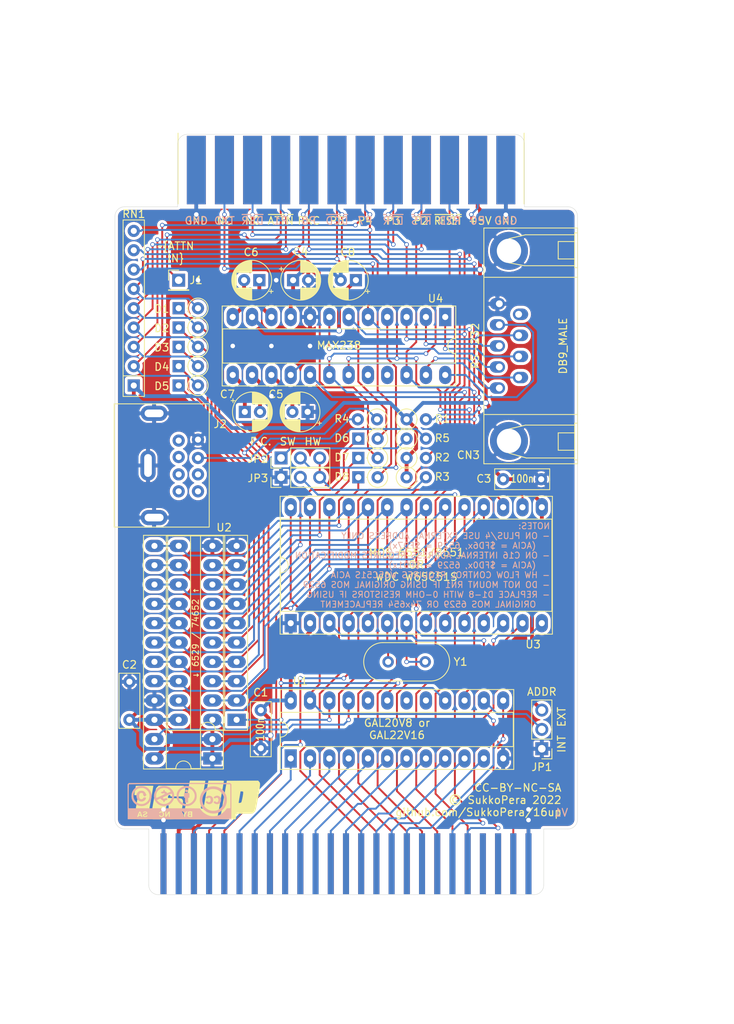
<source format=kicad_pcb>
(kicad_pcb (version 20171130) (host pcbnew 5.1.12)
  (title_block (title ExtraUserPort) (date 2022-09-12) (rev 1git) (company SukkoPera) (comment 1 "Licensed under CC BY-NC-SA 4.0"))
  (layers (0 F.Cu signal) (31 B.Cu signal) (36 B.SilkS user) (37 F.SilkS user) (38 B.Mask user) (39 F.Mask user) (44 Edge.Cuts user))
  (net 0 "")
  (net 1 GND)
  (net 2 "Net-(C6-Pad1)")
  (net 3 +5V)
  (net 4 /d7)
  (net 5 /d6)
  (net 6 /d4)
  (net 7 /d5)
  (net 8 /d3)
  (net 9 /d2)
  (net 10 /d1)
  (net 11 /d0)
  (net 12 /r_~w)
  (net 13 /phi2)
  (net 14 /~reset)
  (net 15 /a15)
  (net 16 /a14)
  (net 17 /a13)
  (net 18 /a12)
  (net 19 /a11)
  (net 20 /a10)
  (net 21 /a9)
  (net 22 /a8)
  (net 23 /a7)
  (net 24 /a6)
  (net 25 /a5)
  (net 26 /a4)
  (net 27 /a1)
  (net 28 /a0)
  (net 29 "Net-(C6-Pad2)")
  (net 30 "Net-(C7-Pad1)")
  (net 31 "Net-(C7-Pad2)")
  (net 32 "Net-(C8-Pad1)")
  (net 33 /~irq)
  (net 34 /p2)
  (net 35 /p3)
  (net 36 /p4)
  (net 37 /p5)
  (net 38 "Net-(CN2-Pad9)")
  (net 39 /p0)
  (net 40 /p7)
  (net 41 /p6)
  (net 42 /p1)
  (net 43 /txd)
  (net 44 /~dtr)
  (net 45 /rxd)
  (net 46 /~dsr)
  (net 47 /~rts)
  (net 48 /~cts)
  (net 49 /~dsr_ttl)
  (net 50 /~dcd_ttl)
  (net 51 /~cs_par)
  (net 52 /~cs_ser)
  (net 53 "Net-(U3-Pad6)")
  (net 54 "Net-(U3-Pad7)")
  (net 55 /~cts_ttl)
  (net 56 /txd_ttl)
  (net 57 /rxd_ttl)
  (net 58 /~dtr_ttl)
  (net 59 /~rts_ttl)
  (net 60 /~dcd)
  (net 61 /rxc_ttl)
  (net 62 "Net-(JP2-Pad2)")
  (net 63 "Net-(JP3-Pad2)")
  (net 64 "Net-(JP1-Pad2)")
  (net 65 /cba)
  (net 66 /pc1)
  (net 67 /pc6)
  (net 68 /pc7)
  (net 69 /pc0)
  (net 70 /pc5)
  (net 71 /pc4)
  (net 72 /pc3)
  (net 73 /pc2)
  (net 74 /gab)
  (net 75 /~cassette_sense)
  (net 76 "Net-(C5-Pad2)")
  (net 77 "Net-(JP2-Pad1)")
  (module Package_DIP:DIP-24_W7.62mm_Socket_LongPads (layer F.Cu) (at 165.227 72.146 270)
    (fp_text reference U4 (at -2.423 1.27 180) (layer F.SilkS))
    (fp_text value MAX238 (at 3.7325 13.975 180) (layer F.SilkS))
    (pad 24 thru_hole oval (at 7.62 0 270) (size 2.4 1.6) (drill 0.8) (layers *.Cu *.Mask) (net 44 /~dtr))
    (pad 12 thru_hole oval (at 0 27.94 270) (size 2.4 1.6) (drill 0.8) (layers *.Cu *.Mask) (net 29 "Net-(C6-Pad2)"))
    (pad 23 thru_hole oval (at 7.62 2.54 270) (size 2.4 1.6) (drill 0.8) (layers *.Cu *.Mask) (net 46 /~dsr))
    (pad 11 thru_hole oval (at 0 25.4 270) (size 2.4 1.6) (drill 0.8) (layers *.Cu *.Mask) (net 32 "Net-(C8-Pad1)"))
    (pad 22 thru_hole oval (at 7.62 5.08 270) (size 2.4 1.6) (drill 0.8) (layers *.Cu *.Mask) (net 49 /~dsr_ttl))
    (pad 10 thru_hole oval (at 0 22.86 270) (size 2.4 1.6) (drill 0.8) (layers *.Cu *.Mask) (net 2 "Net-(C6-Pad1)"))
    (pad 21 thru_hole oval (at 7.62 7.62 270) (size 2.4 1.6) (drill 0.8) (layers *.Cu *.Mask))
    (pad 9 thru_hole oval (at 0 20.32 270) (size 2.4 1.6) (drill 0.8) (layers *.Cu *.Mask) (net 3 +5V))
    (pad 20 thru_hole oval (at 7.62 10.16 270) (size 2.4 1.6) (drill 0.8) (layers *.Cu *.Mask))
    (pad 8 thru_hole oval (at 0 17.78 270) (size 2.4 1.6) (drill 0.8) (layers *.Cu *.Mask) (net 1 GND))
    (pad 19 thru_hole oval (at 7.62 12.7 270) (size 2.4 1.6) (drill 0.8) (layers *.Cu *.Mask) (net 58 /~dtr_ttl))
    (pad 7 thru_hole oval (at 0 15.24 270) (size 2.4 1.6) (drill 0.8) (layers *.Cu *.Mask) (net 45 /rxd))
    (pad 18 thru_hole oval (at 7.62 15.24 270) (size 2.4 1.6) (drill 0.8) (layers *.Cu *.Mask) (net 59 /~rts_ttl))
    (pad 6 thru_hole oval (at 0 12.7 270) (size 2.4 1.6) (drill 0.8) (layers *.Cu *.Mask) (net 57 /rxd_ttl))
    (pad 17 thru_hole oval (at 7.62 17.78 270) (size 2.4 1.6) (drill 0.8) (layers *.Cu *.Mask) (net 50 /~dcd_ttl))
    (pad 5 thru_hole oval (at 0 10.16 270) (size 2.4 1.6) (drill 0.8) (layers *.Cu *.Mask) (net 56 /txd_ttl))
    (pad 16 thru_hole oval (at 7.62 20.32 270) (size 2.4 1.6) (drill 0.8) (layers *.Cu *.Mask) (net 60 /~dcd))
    (pad 4 thru_hole oval (at 0 7.62 270) (size 2.4 1.6) (drill 0.8) (layers *.Cu *.Mask) (net 62 "Net-(JP2-Pad2)"))
    (pad 15 thru_hole oval (at 7.62 22.86 270) (size 2.4 1.6) (drill 0.8) (layers *.Cu *.Mask) (net 76 "Net-(C5-Pad2)"))
    (pad 3 thru_hole oval (at 0 5.08 270) (size 2.4 1.6) (drill 0.8) (layers *.Cu *.Mask) (net 48 /~cts))
    (pad 14 thru_hole oval (at 7.62 25.4 270) (size 2.4 1.6) (drill 0.8) (layers *.Cu *.Mask) (net 31 "Net-(C7-Pad2)"))
    (pad 2 thru_hole oval (at 0 2.54 270) (size 2.4 1.6) (drill 0.8) (layers *.Cu *.Mask) (net 43 /txd))
    (pad 13 thru_hole oval (at 7.62 27.94 270) (size 2.4 1.6) (drill 0.8) (layers *.Cu *.Mask) (net 30 "Net-(C7-Pad1)"))
    (pad 1 thru_hole rect (at 0 0 270) (size 2.4 1.6) (drill 0.8) (layers *.Cu *.Mask) (net 47 /~rts))
  )
  (module Diode_THT:D_DO-35_SOD27_P2.54mm_Vertical_KathodeUp (layer F.Cu) (at 130.175 76.073)
    (fp_text reference D3 (at -2.2225 0.086629) (layer F.SilkS))
    (fp_text value BAT43)
    (pad 1 thru_hole rect (at 0 0) (size 1.6 1.6) (drill 0.8) (layers *.Cu *.Mask) (net 34 /p2))
    (pad 2 thru_hole oval (at 2.54 0) (size 1.6 1.6) (drill 0.8) (layers *.Cu *.Mask) (net 73 /pc2))
  )
  (module Diode_THT:D_DO-35_SOD27_P2.54mm_Vertical_KathodeUp (layer F.Cu) (at 130.175 81.153)
    (fp_text reference D5 (at -2.2225 0.086629) (layer F.SilkS))
    (fp_text value BAT43)
    (pad 1 thru_hole rect (at 0 0) (size 1.6 1.6) (drill 0.8) (layers *.Cu *.Mask) (net 36 /p4))
    (pad 2 thru_hole oval (at 2.54 0) (size 1.6 1.6) (drill 0.8) (layers *.Cu *.Mask) (net 71 /pc4))
  )
  (module Diode_THT:D_DO-35_SOD27_P2.54mm_Vertical_KathodeUp (layer F.Cu) (at 130.175 70.993)
    (fp_text reference D1 (at -2.2225 0.086629) (layer F.SilkS))
    (fp_text value BAT43)
    (pad 2 thru_hole oval (at 2.54 0) (size 1.6 1.6) (drill 0.8) (layers *.Cu *.Mask) (net 69 /pc0))
    (pad 1 thru_hole rect (at 0 0) (size 1.6 1.6) (drill 0.8) (layers *.Cu *.Mask) (net 39 /p0))
  )
  (module Diode_THT:D_DO-35_SOD27_P2.54mm_Vertical_KathodeUp (layer F.Cu) (at 130.175 73.533)
    (fp_text reference D2 (at -2.2225 0.086629) (layer F.SilkS))
    (fp_text value BAT43)
    (pad 2 thru_hole oval (at 2.54 0) (size 1.6 1.6) (drill 0.8) (layers *.Cu *.Mask) (net 66 /pc1))
    (pad 1 thru_hole rect (at 0 0) (size 1.6 1.6) (drill 0.8) (layers *.Cu *.Mask) (net 42 /p1))
  )
  (module Diode_THT:D_DO-35_SOD27_P2.54mm_Vertical_KathodeUp (layer F.Cu) (at 130.175 78.613)
    (fp_text reference D4 (at -2.2225 0.086629) (layer F.SilkS))
    (fp_text value BAT43)
    (pad 1 thru_hole rect (at 0 0) (size 1.6 1.6) (drill 0.8) (layers *.Cu *.Mask) (net 35 /p3))
    (pad 2 thru_hole oval (at 2.54 0) (size 1.6 1.6) (drill 0.8) (layers *.Cu *.Mask) (net 72 /pc3))
  )
  (module Resistor_THT:R_Array_SIP9 (layer F.Cu) (at 124.2695 81.153 90)
    (fp_text reference RN1 (at 22.5425 0 180) (layer F.SilkS))
    (fp_text value 8.2k)
    (pad 9 thru_hole oval (at 20.32 0 90) (size 1.6 1.6) (drill 0.8) (layers *.Cu *.Mask) (net 68 /pc7))
    (pad 8 thru_hole oval (at 17.78 0 90) (size 1.6 1.6) (drill 0.8) (layers *.Cu *.Mask) (net 67 /pc6))
    (pad 7 thru_hole oval (at 15.24 0 90) (size 1.6 1.6) (drill 0.8) (layers *.Cu *.Mask) (net 70 /pc5))
    (pad 6 thru_hole oval (at 12.7 0 90) (size 1.6 1.6) (drill 0.8) (layers *.Cu *.Mask) (net 69 /pc0))
    (pad 5 thru_hole oval (at 10.16 0 90) (size 1.6 1.6) (drill 0.8) (layers *.Cu *.Mask) (net 66 /pc1))
    (pad 4 thru_hole oval (at 7.62 0 90) (size 1.6 1.6) (drill 0.8) (layers *.Cu *.Mask) (net 73 /pc2))
    (pad 3 thru_hole oval (at 5.08 0 90) (size 1.6 1.6) (drill 0.8) (layers *.Cu *.Mask) (net 72 /pc3))
    (pad 2 thru_hole oval (at 2.54 0 90) (size 1.6 1.6) (drill 0.8) (layers *.Cu *.Mask) (net 71 /pc4))
    (pad 1 thru_hole rect (at 0 0 90) (size 1.6 1.6) (drill 0.8) (layers *.Cu *.Mask) (net 3 +5V))
  )
  (module ExtraUserPort:24Pin_Edge (layer F.Cu) (at 172.9945 53.582)
    (fp_text reference CN2 hide)
    (fp_text value ALMOST_USERPORT)
    (pad N connect rect (at -40.5 -0.75) (size 2.5 9) (layers B.Cu B.Mask) (net 1 GND))
    (pad M connect rect (at -36.8 -0.75) (size 2.5 9) (layers B.Cu B.Mask) (net 56 /txd_ttl))
    (pad L connect rect (at -33.1 -0.75) (size 2.5 9) (layers B.Cu B.Mask) (net 49 /~dsr_ttl))
    (pad K connect rect (at -29.4 -0.75) (size 2.5 9) (layers B.Cu B.Mask) (net 66 /pc1))
    (pad J connect rect (at -25.7 -0.75) (size 2.5 9) (layers B.Cu B.Mask) (net 67 /pc6))
    (pad H connect rect (at -22 -0.75) (size 2.5 9) (layers B.Cu B.Mask) (net 50 /~dcd_ttl))
    (pad F connect rect (at -18.3 -0.75) (size 2.5 9) (layers B.Cu B.Mask) (net 68 /pc7))
    (pad E connect rect (at -14.6 -0.75) (size 2.5 9) (layers B.Cu B.Mask) (net 58 /~dtr_ttl))
    (pad D connect rect (at -10.9 -0.75) (size 2.5 9) (layers B.Cu B.Mask) (net 59 /~rts_ttl))
    (pad C connect rect (at -7.2 -0.75) (size 2.5 9) (layers B.Cu B.Mask) (net 57 /rxd_ttl))
    (pad B connect rect (at -3.5 -0.75) (size 2.5 9) (layers B.Cu B.Mask) (net 69 /pc0))
    (pad A connect rect (at 0.2 -0.75) (size 2.5 9) (layers B.Cu B.Mask) (net 1 GND))
    (pad 12 connect rect (at -40.5 -0.75) (size 2.5 9) (layers F.Cu F.Mask) (net 1 GND))
    (pad 11 connect rect (at -36.8 -0.75) (size 2.5 9) (layers F.Cu F.Mask))
    (pad 10 connect rect (at -33.1 -0.75) (size 2.5 9) (layers F.Cu F.Mask))
    (pad 9 connect rect (at -29.4 -0.75) (size 2.5 9) (layers F.Cu F.Mask) (net 38 "Net-(CN2-Pad9)"))
    (pad 8 connect rect (at -25.7 -0.75) (size 2.5 9) (layers F.Cu F.Mask) (net 61 /rxc_ttl))
    (pad 7 connect rect (at -22 -0.75) (size 2.5 9) (layers F.Cu F.Mask) (net 70 /pc5))
    (pad 6 connect rect (at -18.3 -0.75) (size 2.5 9) (layers F.Cu F.Mask) (net 71 /pc4))
    (pad 5 connect rect (at -14.6 -0.75) (size 2.5 9) (layers F.Cu F.Mask) (net 72 /pc3))
    (pad 4 connect rect (at -10.9 -0.75) (size 2.5 9) (layers F.Cu F.Mask) (net 73 /pc2))
    (pad 3 connect rect (at -7.2 -0.75) (size 2.5 9) (layers F.Cu F.Mask) (net 14 /~reset))
    (pad 2 connect rect (at -3.5 -0.75) (size 2.5 9) (layers F.Cu F.Mask) (net 3 +5V))
    (pad 1 connect rect (at 0.2 -0.75) (size 2.5 9) (layers F.Cu F.Mask) (net 1 GND))
  )
  (module Capacitor_THT:C_Disc_D7.0mm_W2.5mm_P5.00mm (layer F.Cu) (at 140.97 123.825 270)
    (fp_text reference C1 (at -2.31781 0 180) (layer F.SilkS))
    (fp_text value 100n (at 2.5 0.0675 90) (layer F.SilkS) (effects (font (size 1 0.8))))
    (pad 1 thru_hole circle (at 0 0 270) (size 1.6 1.6) (drill 0.8) (layers *.Cu *.Mask) (net 3 +5V))
    (pad 2 thru_hole circle (at 5 0 315) (size 1.6 1.6) (drill 0.8) (layers *.Cu *.Mask) (net 1 GND))
  )
  (module ExtraUserPort:C16_Cart_Conn (layer F.Cu) (at 152.177 144.018)
    (fp_text reference CN1 hide)
    (fp_text value EXPANSION_PORT hide)
    (pad 6 smd rect (at -14 0) (size 0.8 8) (layers F.Cu))
    (pad 3 smd rect (at -20 0) (size 0.8 8) (layers F.Cu) (net 3 +5V))
    (pad 7 smd rect (at -12 0) (size 0.8 8) (layers F.Cu))
    (pad 8 smd rect (at -10 0) (size 0.8 8) (layers F.Cu))
    (pad 9 smd rect (at -8 0) (size 0.8 8) (layers F.Cu))
    (pad 10 smd rect (at -6 0) (size 0.8 8) (layers F.Cu))
    (pad 11 smd rect (at -4 0) (size 0.8 8) (layers F.Cu))
    (pad 12 smd rect (at -2 0) (size 0.8 8) (layers F.Cu))
    (pad 2 smd rect (at -22 0) (size 0.8 8) (layers F.Cu) (net 3 +5V))
    (pad 13 smd rect (at 0 0) (size 0.8 8) (layers F.Cu))
    (pad 14 smd rect (at 2 0) (size 0.8 8) (layers F.Cu) (net 4 /d7))
    (pad 15 smd rect (at 4 0) (size 0.8 8) (layers F.Cu) (net 5 /d6))
    (pad 17 smd rect (at 8 0) (size 0.8 8) (layers F.Cu) (net 6 /d4))
    (pad 16 smd rect (at 6 0) (size 0.8 8) (layers F.Cu) (net 7 /d5))
    (pad 18 smd rect (at 10 0) (size 0.8 8) (layers F.Cu) (net 8 /d3))
    (pad 19 smd rect (at 12 0) (size 0.8 8) (layers F.Cu) (net 9 /d2))
    (pad 20 smd rect (at 14 0) (size 0.8 8) (layers F.Cu) (net 10 /d1))
    (pad 21 smd rect (at 16 0) (size 0.8 8) (layers F.Cu) (net 11 /d0))
    (pad 25 smd rect (at 24 0) (size 0.8 8) (layers F.Cu) (net 1 GND))
    (pad 22 smd rect (at 18 0) (size 0.8 8) (layers F.Cu))
    (pad 1 smd rect (at -24 0) (size 0.8 8) (layers F.Cu) (net 1 GND))
    (pad 4 smd rect (at -18 0) (size 0.8 8) (layers F.Cu) (net 33 /~irq))
    (pad 5 smd rect (at -16 0) (size 0.8 8) (layers F.Cu) (net 12 /r_~w))
    (pad 23 smd rect (at 20 0) (size 0.8 8) (layers F.Cu))
    (pad 24 smd rect (at 22 0) (size 0.8 8) (layers F.Cu) (net 13 /phi2))
    (pad B smd rect (at -22 0) (size 0.8 8) (layers B.Cu))
    (pad A smd rect (at -24 0) (size 0.8 8) (layers B.Cu) (net 1 GND))
    (pad C smd rect (at -20 0) (size 0.8 8) (layers B.Cu) (net 14 /~reset))
    (pad D smd rect (at -18 0) (size 0.8 8) (layers B.Cu))
    (pad E smd rect (at -16 0) (size 0.8 8) (layers B.Cu))
    (pad F smd rect (at -14 0) (size 0.8 8) (layers B.Cu) (net 15 /a15))
    (pad H smd rect (at -12 0) (size 0.8 8) (layers B.Cu) (net 16 /a14))
    (pad J smd rect (at -10 0) (size 0.8 8) (layers B.Cu) (net 17 /a13))
    (pad K smd rect (at -8 0) (size 0.8 8) (layers B.Cu) (net 18 /a12))
    (pad L smd rect (at -6 0) (size 0.8 8) (layers B.Cu) (net 19 /a11))
    (pad M smd rect (at -4 0) (size 0.8 8) (layers B.Cu) (net 20 /a10))
    (pad N smd rect (at -2 0) (size 0.8 8) (layers B.Cu) (net 21 /a9))
    (pad P smd rect (at 0 0) (size 0.8 8) (layers B.Cu) (net 22 /a8))
    (pad R smd rect (at 2 0) (size 0.8 8) (layers B.Cu) (net 23 /a7))
    (pad S smd rect (at 4 0) (size 0.8 8) (layers B.Cu) (net 24 /a6))
    (pad T smd rect (at 6 0) (size 0.8 8) (layers B.Cu) (net 25 /a5))
    (pad U smd rect (at 8 0) (size 0.8 8) (layers B.Cu) (net 26 /a4))
    (pad V smd rect (at 10 0) (size 0.8 8) (layers B.Cu))
    (pad W smd rect (at 12 0) (size 0.8 8) (layers B.Cu))
    (pad X smd rect (at 14 0) (size 0.8 8) (layers B.Cu) (net 27 /a1))
    (pad Y smd rect (at 16 0) (size 0.8 8) (layers B.Cu) (net 28 /a0))
    (pad Z smd rect (at 18 0) (size 0.8 8) (layers B.Cu))
    (pad AA smd rect (at 20 0) (size 0.8 8) (layers B.Cu))
    (pad BB smd rect (at 22 0) (size 0.8 8) (layers B.Cu))
    (pad CC smd rect (at 24 0) (size 0.8 8) (layers B.Cu) (net 1 GND))
  )
  (module Connector_PinHeader_2.54mm:PinHeader_1x01_P2.54mm_Vertical (layer F.Cu) (at 130.175 67.31)
    (fp_text reference J1 (at 2.286 0) (layer F.SilkS))
    (fp_text value ATTENTION_IN)
    (pad 1 thru_hole rect (at 0 0) (size 1.7 1.7) (drill 1) (layers *.Cu *.Mask) (net 38 "Net-(CN2-Pad9)"))
  )
  (module Package_DIP:DIP-20_W7.62mm_Socket_LongPads (layer F.Cu) (at 137.795 125.095 180)
    (fp_text reference U2 (at 1.651 25.273) (layer F.SilkS))
    (fp_text value MOS_6529)
    (pad 1 thru_hole rect (at 0 0 180) (size 2.4 1.6) (drill 0.8) (layers *.Cu *.Mask) (net 12 /r_~w))
    (pad 11 thru_hole oval (at 7.62 22.86 180) (size 2.4 1.6) (drill 0.8) (layers *.Cu *.Mask) (net 4 /d7))
    (pad 2 thru_hole oval (at 0 2.54 180) (size 2.4 1.6) (drill 0.8) (layers *.Cu *.Mask) (net 39 /p0))
    (pad 12 thru_hole oval (at 7.62 20.32 180) (size 2.4 1.6) (drill 0.8) (layers *.Cu *.Mask) (net 5 /d6))
    (pad 3 thru_hole oval (at 0 5.08 180) (size 2.4 1.6) (drill 0.8) (layers *.Cu *.Mask) (net 42 /p1))
    (pad 13 thru_hole oval (at 7.62 17.78 180) (size 2.4 1.6) (drill 0.8) (layers *.Cu *.Mask) (net 7 /d5))
    (pad 4 thru_hole oval (at 0 7.62 180) (size 2.4 1.6) (drill 0.8) (layers *.Cu *.Mask) (net 34 /p2))
    (pad 14 thru_hole oval (at 7.62 15.24 180) (size 2.4 1.6) (drill 0.8) (layers *.Cu *.Mask) (net 6 /d4))
    (pad 5 thru_hole oval (at 0 10.16 180) (size 2.4 1.6) (drill 0.8) (layers *.Cu *.Mask) (net 35 /p3))
    (pad 15 thru_hole oval (at 7.62 12.7 180) (size 2.4 1.6) (drill 0.8) (layers *.Cu *.Mask) (net 8 /d3))
    (pad 6 thru_hole oval (at 0 12.7 180) (size 2.4 1.6) (drill 0.8) (layers *.Cu *.Mask) (net 36 /p4))
    (pad 16 thru_hole oval (at 7.62 10.16 180) (size 2.4 1.6) (drill 0.8) (layers *.Cu *.Mask) (net 9 /d2))
    (pad 7 thru_hole oval (at 0 15.24 180) (size 2.4 1.6) (drill 0.8) (layers *.Cu *.Mask) (net 37 /p5))
    (pad 17 thru_hole oval (at 7.62 7.62 180) (size 2.4 1.6) (drill 0.8) (layers *.Cu *.Mask) (net 10 /d1))
    (pad 8 thru_hole oval (at 0 17.78 180) (size 2.4 1.6) (drill 0.8) (layers *.Cu *.Mask) (net 41 /p6))
    (pad 18 thru_hole oval (at 7.62 5.08 180) (size 2.4 1.6) (drill 0.8) (layers *.Cu *.Mask) (net 11 /d0))
    (pad 9 thru_hole oval (at 0 20.32 180) (size 2.4 1.6) (drill 0.8) (layers *.Cu *.Mask) (net 40 /p7))
    (pad 19 thru_hole oval (at 7.62 2.54 180) (size 2.4 1.6) (drill 0.8) (layers *.Cu *.Mask) (net 51 /~cs_par))
    (pad 10 thru_hole oval (at 0 22.86 180) (size 2.4 1.6) (drill 0.8) (layers *.Cu *.Mask) (net 1 GND))
    (pad 20 thru_hole oval (at 7.62 0 180) (size 2.4 1.6) (drill 0.8) (layers *.Cu *.Mask) (net 3 +5V))
  )
  (module Package_DIP:DIP-28_W15.24mm_Socket_LongPads (layer F.Cu) (at 144.907 112.395 90)
    (fp_text reference U3 (at -2.794 31.877 180) (layer F.SilkS))
    (fp_text value MOS_6551_ACIA)
    (pad 1 thru_hole rect (at 0 0 90) (size 2.4 1.6) (drill 0.8) (layers *.Cu *.Mask) (net 1 GND))
    (pad 15 thru_hole oval (at 15.24 33.02 90) (size 2.4 1.6) (drill 0.8) (layers *.Cu *.Mask) (net 3 +5V))
    (pad 2 thru_hole oval (at 0 2.54 90) (size 2.4 1.6) (drill 0.8) (layers *.Cu *.Mask) (net 3 +5V))
    (pad 16 thru_hole oval (at 15.24 30.48 90) (size 2.4 1.6) (drill 0.8) (layers *.Cu *.Mask) (net 50 /~dcd_ttl))
    (pad 3 thru_hole oval (at 0 5.08 90) (size 2.4 1.6) (drill 0.8) (layers *.Cu *.Mask) (net 52 /~cs_ser))
    (pad 17 thru_hole oval (at 15.24 27.94 90) (size 2.4 1.6) (drill 0.8) (layers *.Cu *.Mask) (net 49 /~dsr_ttl))
    (pad 4 thru_hole oval (at 0 7.62 90) (size 2.4 1.6) (drill 0.8) (layers *.Cu *.Mask) (net 14 /~reset))
    (pad 18 thru_hole oval (at 15.24 25.4 90) (size 2.4 1.6) (drill 0.8) (layers *.Cu *.Mask) (net 11 /d0))
    (pad 5 thru_hole oval (at 0 10.16 90) (size 2.4 1.6) (drill 0.8) (layers *.Cu *.Mask) (net 61 /rxc_ttl))
    (pad 19 thru_hole oval (at 15.24 22.86 90) (size 2.4 1.6) (drill 0.8) (layers *.Cu *.Mask) (net 10 /d1))
    (pad 6 thru_hole oval (at 0 12.7 90) (size 2.4 1.6) (drill 0.8) (layers *.Cu *.Mask) (net 53 "Net-(U3-Pad6)"))
    (pad 20 thru_hole oval (at 15.24 20.32 90) (size 2.4 1.6) (drill 0.8) (layers *.Cu *.Mask) (net 9 /d2))
    (pad 7 thru_hole oval (at 0 15.24 90) (size 2.4 1.6) (drill 0.8) (layers *.Cu *.Mask) (net 54 "Net-(U3-Pad7)"))
    (pad 21 thru_hole oval (at 15.24 17.78 90) (size 2.4 1.6) (drill 0.8) (layers *.Cu *.Mask) (net 8 /d3))
    (pad 8 thru_hole oval (at 0 17.78 90) (size 2.4 1.6) (drill 0.8) (layers *.Cu *.Mask) (net 59 /~rts_ttl))
    (pad 22 thru_hole oval (at 15.24 15.24 90) (size 2.4 1.6) (drill 0.8) (layers *.Cu *.Mask) (net 6 /d4))
    (pad 9 thru_hole oval (at 0 20.32 90) (size 2.4 1.6) (drill 0.8) (layers *.Cu *.Mask) (net 63 "Net-(JP3-Pad2)"))
    (pad 23 thru_hole oval (at 15.24 12.7 90) (size 2.4 1.6) (drill 0.8) (layers *.Cu *.Mask) (net 7 /d5))
    (pad 10 thru_hole oval (at 0 22.86 90) (size 2.4 1.6) (drill 0.8) (layers *.Cu *.Mask) (net 56 /txd_ttl))
    (pad 24 thru_hole oval (at 15.24 10.16 90) (size 2.4 1.6) (drill 0.8) (layers *.Cu *.Mask) (net 5 /d6))
    (pad 11 thru_hole oval (at 0 25.4 90) (size 2.4 1.6) (drill 0.8) (layers *.Cu *.Mask) (net 58 /~dtr_ttl))
    (pad 25 thru_hole oval (at 15.24 7.62 90) (size 2.4 1.6) (drill 0.8) (layers *.Cu *.Mask) (net 4 /d7))
    (pad 12 thru_hole oval (at 0 27.94 90) (size 2.4 1.6) (drill 0.8) (layers *.Cu *.Mask) (net 57 /rxd_ttl))
    (pad 26 thru_hole oval (at 15.24 5.08 90) (size 2.4 1.6) (drill 0.8) (layers *.Cu *.Mask) (net 33 /~irq))
    (pad 13 thru_hole oval (at 0 30.48 90) (size 2.4 1.6) (drill 0.8) (layers *.Cu *.Mask) (net 28 /a0))
    (pad 27 thru_hole oval (at 15.24 2.54 90) (size 2.4 1.6) (drill 0.8) (layers *.Cu *.Mask) (net 13 /phi2))
    (pad 14 thru_hole oval (at 0 33.02 90) (size 2.4 1.6) (drill 0.8) (layers *.Cu *.Mask) (net 27 /a1))
    (pad 28 thru_hole oval (at 15.24 0 90) (size 2.4 1.6) (drill 0.8) (layers *.Cu *.Mask) (net 12 /r_~w))
  )
  (module Crystal:Crystal_HC49-U_Vertical (layer F.Cu) (at 162.597 117.475 180)
    (fp_text reference Y1 (at -4.645 0) (layer F.SilkS))
    (fp_text value 1.8432M)
    (pad 1 thru_hole circle (at 0 0 180) (size 1.5 1.5) (drill 0.8) (layers *.Cu *.Mask) (net 54 "Net-(U3-Pad7)"))
    (pad 2 thru_hole circle (at 4.88 0 180) (size 1.5 1.5) (drill 0.8) (layers *.Cu *.Mask) (net 53 "Net-(U3-Pad6)"))
  )
  (module Capacitor_THT:C_Disc_D7.0mm_W2.5mm_P5.00mm (layer F.Cu) (at 123.698 125.095 90)
    (fp_text reference C2 (at 7.239 0 180) (layer F.SilkS))
    (fp_text value 100n)
    (pad 1 thru_hole circle (at 0 0 90) (size 1.6 1.6) (drill 0.8) (layers *.Cu *.Mask) (net 3 +5V))
    (pad 2 thru_hole circle (at 5 0 135) (size 1.6 1.6) (drill 0.8) (layers *.Cu *.Mask) (net 1 GND))
  )
  (module Capacitor_THT:C_Disc_D7.0mm_W2.5mm_P5.00mm (layer F.Cu) (at 172.847 93.472)
    (fp_text reference C3 (at -2.54 -0.0675) (layer F.SilkS))
    (fp_text value 100n (at 2.5 -0.0675) (layer F.SilkS) (effects (font (size 1 0.8))))
    (pad 1 thru_hole circle (at 0 0) (size 1.6 1.6) (drill 0.8) (layers *.Cu *.Mask) (net 3 +5V))
    (pad 2 thru_hole circle (at 5 0) (size 1.6 1.6) (drill 0.8) (layers *.Cu *.Mask) (net 1 GND))
  )
  (module Capacitor_THT:CP_Radial_D5.0mm_P2.00mm (layer F.Cu) (at 145.221888 67.31)
    (fp_text reference C4 (at 1 -3.75) (layer F.SilkS))
    (fp_text value 1u)
    (pad 2 thru_hole circle (at 2 0 45) (size 1.6 1.6) (drill 0.8) (layers *.Cu *.Mask) (net 1 GND))
    (pad 1 thru_hole rect (at 0 0) (size 1.6 1.6) (drill 0.8) (layers *.Cu *.Mask) (net 3 +5V))
  )
  (module Capacitor_THT:CP_Radial_D5.0mm_P2.00mm (layer F.Cu) (at 140.782113 67.31 180)
    (fp_text reference C6 (at 1.082113 3.683) (layer F.SilkS))
    (fp_text value 1u)
    (pad 1 thru_hole rect (at 0 0 180) (size 1.6 1.6) (drill 0.8) (layers *.Cu *.Mask) (net 2 "Net-(C6-Pad1)"))
    (pad 2 thru_hole circle (at 2 0 180) (size 1.6 1.6) (drill 0.8) (layers *.Cu *.Mask) (net 29 "Net-(C6-Pad2)"))
  )
  (module Capacitor_THT:CP_Radial_D5.0mm_P2.00mm (layer F.Cu) (at 138.871888 84.62026)
    (fp_text reference C7 (at -2.286 -2.32426) (layer F.SilkS))
    (fp_text value 1u)
    (pad 2 thru_hole circle (at 2 0) (size 1.6 1.6) (drill 0.8) (layers *.Cu *.Mask) (net 31 "Net-(C7-Pad2)"))
    (pad 1 thru_hole rect (at 0 0) (size 1.6 1.6) (drill 0.8) (layers *.Cu *.Mask) (net 30 "Net-(C7-Pad1)"))
  )
  (module Capacitor_THT:CP_Radial_D5.0mm_P2.00mm (layer F.Cu) (at 153.482113 67.31 180)
    (fp_text reference C8 (at 1.082113 3.683) (layer F.SilkS))
    (fp_text value 1u)
    (pad 2 thru_hole circle (at 2 0 180) (size 1.6 1.6) (drill 0.8) (layers *.Cu *.Mask) (net 3 +5V))
    (pad 1 thru_hole rect (at 0 0 180) (size 1.6 1.6) (drill 0.8) (layers *.Cu *.Mask) (net 32 "Net-(C8-Pad1)"))
  )
  (module Capacitor_THT:CP_Radial_D5.0mm_P2.00mm (layer F.Cu) (at 147.132113 84.62026 180)
    (fp_text reference C5 (at 4.159 2.32426) (layer F.SilkS))
    (fp_text value 1u)
    (pad 2 thru_hole circle (at 2 0 180) (size 1.6 1.6) (drill 0.8) (layers *.Cu *.Mask) (net 76 "Net-(C5-Pad2)"))
    (pad 1 thru_hole rect (at 0 0 180) (size 1.6 1.6) (drill 0.8) (layers *.Cu *.Mask) (net 1 GND))
  )
  (module ExtraUserPort:DB_9M (layer F.Cu) (at 180.721 75.946 90)
    (fp_text reference CN3 (at -14.351 -12.446 180) (layer F.SilkS))
    (fp_text value DB9_MALE (at 0 0 90) (layer F.SilkS))
    (pad 0 thru_hole circle (at 12.49426 -7.112 90) (size 5.00126 5.00126) (drill 3.2004) (layers *.Cu *.Mask) (net 1 GND))
    (pad 3 thru_hole oval (at 0 -8.382 90) (size 1.50114 1.99898) (drill 0.89916 (offset 0 -0.24892)) (layers *.Cu *.Mask) (net 43 /txd))
    (pad 4 thru_hole oval (at 2.77114 -8.382 90) (size 1.50114 1.99898) (drill 0.89916 (offset 0 -0.24892)) (layers *.Cu *.Mask) (net 44 /~dtr))
    (pad 5 thru_hole oval (at 5.53974 -8.382 90) (size 1.50114 1.99898) (drill 0.89916 (offset 0 -0.24892)) (layers *.Cu *.Mask) (net 1 GND))
    (pad 2 thru_hole oval (at -2.77114 -8.382 90) (size 1.50114 1.99898) (drill 0.89916 (offset 0 -0.24892)) (layers *.Cu *.Mask) (net 45 /rxd))
    (pad 1 thru_hole oval (at -5.53974 -8.382 90) (size 1.50114 1.99898) (drill 0.89916 (offset 0 -0.24892)) (layers *.Cu *.Mask) (net 60 /~dcd))
    (pad 6 thru_hole oval (at -4.15544 -5.842 90) (size 1.50114 1.99898) (drill 0.89916 (offset 0 0.24892)) (layers *.Cu *.Mask) (net 46 /~dsr))
    (pad 7 thru_hole oval (at -1.3843 -5.842 90) (size 1.50114 1.99898) (drill 0.89916 (offset 0 0.24892)) (layers *.Cu *.Mask) (net 47 /~rts))
    (pad 8 thru_hole oval (at 1.3843 -5.842 90) (size 1.50114 1.99898) (drill 0.89916 (offset 0 0.24892)) (layers *.Cu *.Mask) (net 48 /~cts))
    (pad 9 thru_hole oval (at 4.15544 -5.842 90) (size 1.50114 1.99898) (drill 0.89916 (offset 0 0.24892)) (layers *.Cu *.Mask))
    (pad 0 thru_hole circle (at -12.49426 -7.112 90) (size 5.00126 5.00126) (drill 3.2004) (layers *.Cu *.Mask) (net 1 GND))
  )
  (module Connector_PinHeader_2.54mm:PinHeader_1x03_P2.54mm_Vertical (layer F.Cu) (at 143.637 90.678 90)
    (fp_text reference JP2 (at -0.127 -3.048 180) (layer F.SilkS))
    (fp_text value JMP_CTS_IN)
    (pad 1 thru_hole rect (at 0 0 90) (size 1.7 1.7) (drill 1) (layers *.Cu *.Mask) (net 77 "Net-(JP2-Pad1)"))
    (pad 2 thru_hole oval (at 0 2.54 90) (size 1.7 1.7) (drill 1) (layers *.Cu *.Mask) (net 62 "Net-(JP2-Pad2)"))
    (pad 3 thru_hole oval (at 0 5.08 90) (size 1.7 1.7) (drill 1) (layers *.Cu *.Mask) (net 55 /~cts_ttl))
  )
  (module Connector_PinHeader_2.54mm:PinHeader_1x03_P2.54mm_Vertical (layer F.Cu) (at 143.637 93.218 90)
    (fp_text reference JP3 (at -0.127 -3.048 180) (layer F.SilkS))
    (fp_text value JMP_CTS_ACIA)
    (pad 3 thru_hole oval (at 0 5.08 90) (size 1.7 1.7) (drill 1) (layers *.Cu *.Mask) (net 55 /~cts_ttl))
    (pad 2 thru_hole oval (at 0 2.54 90) (size 1.7 1.7) (drill 1) (layers *.Cu *.Mask) (net 63 "Net-(JP3-Pad2)"))
    (pad 1 thru_hole rect (at 0 0 90) (size 1.7 1.7) (drill 1) (layers *.Cu *.Mask) (net 1 GND))
  )
  (module Connector_PinHeader_2.54mm:PinHeader_1x03_P2.54mm_Vertical (layer F.Cu) (at 177.927 128.9 180)
    (fp_text reference JP1 (at 0 -2.413) (layer F.SilkS))
    (fp_text value JMP_ADDRESS)
    (pad 1 thru_hole rect (at 0 0 180) (size 1.7 1.7) (drill 1) (layers *.Cu *.Mask) (net 1 GND))
    (pad 2 thru_hole oval (at 0 2.54 180) (size 1.7 1.7) (drill 1) (layers *.Cu *.Mask) (net 64 "Net-(JP1-Pad2)"))
    (pad 3 thru_hole oval (at 0 5.08 180) (size 1.7 1.7) (drill 1) (layers *.Cu *.Mask) (net 3 +5V))
  )
  (module Package_DIP:DIP-24_W7.62mm_Socket_LongPads (layer F.Cu) (at 144.907 130.175 90)
    (fp_text reference U1 (at 10.16 1.27 180) (layer F.SilkS))
    (fp_text value GAL20V8)
    (pad 1 thru_hole rect (at 0 0 90) (size 2.4 1.6) (drill 0.8) (layers *.Cu *.Mask) (net 15 /a15))
    (pad 13 thru_hole oval (at 7.62 27.94 90) (size 2.4 1.6) (drill 0.8) (layers *.Cu *.Mask) (net 26 /a4))
    (pad 2 thru_hole oval (at 0 2.54 90) (size 2.4 1.6) (drill 0.8) (layers *.Cu *.Mask) (net 16 /a14))
    (pad 14 thru_hole oval (at 7.62 25.4 90) (size 2.4 1.6) (drill 0.8) (layers *.Cu *.Mask) (net 64 "Net-(JP1-Pad2)"))
    (pad 3 thru_hole oval (at 0 5.08 90) (size 2.4 1.6) (drill 0.8) (layers *.Cu *.Mask) (net 17 /a13))
    (pad 15 thru_hole oval (at 7.62 22.86 90) (size 2.4 1.6) (drill 0.8) (layers *.Cu *.Mask) (net 52 /~cs_ser))
    (pad 4 thru_hole oval (at 0 7.62 90) (size 2.4 1.6) (drill 0.8) (layers *.Cu *.Mask) (net 18 /a12))
    (pad 16 thru_hole oval (at 7.62 20.32 90) (size 2.4 1.6) (drill 0.8) (layers *.Cu *.Mask) (net 51 /~cs_par))
    (pad 5 thru_hole oval (at 0 10.16 90) (size 2.4 1.6) (drill 0.8) (layers *.Cu *.Mask) (net 19 /a11))
    (pad 17 thru_hole oval (at 7.62 17.78 90) (size 2.4 1.6) (drill 0.8) (layers *.Cu *.Mask))
    (pad 6 thru_hole oval (at 0 12.7 90) (size 2.4 1.6) (drill 0.8) (layers *.Cu *.Mask) (net 20 /a10))
    (pad 18 thru_hole oval (at 7.62 15.24 90) (size 2.4 1.6) (drill 0.8) (layers *.Cu *.Mask))
    (pad 7 thru_hole oval (at 0 15.24 90) (size 2.4 1.6) (drill 0.8) (layers *.Cu *.Mask) (net 21 /a9))
    (pad 19 thru_hole oval (at 7.62 12.7 90) (size 2.4 1.6) (drill 0.8) (layers *.Cu *.Mask) (net 12 /r_~w))
    (pad 8 thru_hole oval (at 0 17.78 90) (size 2.4 1.6) (drill 0.8) (layers *.Cu *.Mask) (net 22 /a8))
    (pad 20 thru_hole oval (at 7.62 10.16 90) (size 2.4 1.6) (drill 0.8) (layers *.Cu *.Mask))
    (pad 9 thru_hole oval (at 0 20.32 90) (size 2.4 1.6) (drill 0.8) (layers *.Cu *.Mask) (net 23 /a7))
    (pad 21 thru_hole oval (at 7.62 7.62 90) (size 2.4 1.6) (drill 0.8) (layers *.Cu *.Mask) (net 65 /cba))
    (pad 10 thru_hole oval (at 0 22.86 90) (size 2.4 1.6) (drill 0.8) (layers *.Cu *.Mask) (net 24 /a6))
    (pad 22 thru_hole oval (at 7.62 5.08 90) (size 2.4 1.6) (drill 0.8) (layers *.Cu *.Mask) (net 74 /gab))
    (pad 11 thru_hole oval (at 0 25.4 90) (size 2.4 1.6) (drill 0.8) (layers *.Cu *.Mask) (net 25 /a5))
    (pad 23 thru_hole oval (at 7.62 2.54 90) (size 2.4 1.6) (drill 0.8) (layers *.Cu *.Mask) (net 13 /phi2))
    (pad 12 thru_hole oval (at 0 27.94 90) (size 2.4 1.6) (drill 0.8) (layers *.Cu *.Mask) (net 1 GND))
    (pad 24 thru_hole oval (at 7.62 0 90) (size 2.4 1.6) (drill 0.8) (layers *.Cu *.Mask) (net 3 +5V))
  )
  (module Package_DIP:DIP-24_W7.62mm_Socket_LongPads (layer F.Cu) (at 134.61 130.175 180)
    (fp_text reference U102 hide)
    (fp_text value 74LS652)
    (pad 1 thru_hole rect (at 0 0 180) (size 2.4 1.6) (drill 0.8) (layers *.Cu *.Mask) (net 1 GND))
    (pad 13 thru_hole oval (at 7.62 27.94 180) (size 2.4 1.6) (drill 0.8) (layers *.Cu *.Mask) (net 4 /d7))
    (pad 2 thru_hole oval (at 0 2.54 180) (size 2.4 1.6) (drill 0.8) (layers *.Cu *.Mask) (net 1 GND))
    (pad 14 thru_hole oval (at 7.62 25.4 180) (size 2.4 1.6) (drill 0.8) (layers *.Cu *.Mask) (net 5 /d6))
    (pad 3 thru_hole oval (at 0 5.08 180) (size 2.4 1.6) (drill 0.8) (layers *.Cu *.Mask) (net 74 /gab))
    (pad 15 thru_hole oval (at 7.62 22.86 180) (size 2.4 1.6) (drill 0.8) (layers *.Cu *.Mask) (net 7 /d5))
    (pad 4 thru_hole oval (at 0 7.62 180) (size 2.4 1.6) (drill 0.8) (layers *.Cu *.Mask) (net 39 /p0))
    (pad 16 thru_hole oval (at 7.62 20.32 180) (size 2.4 1.6) (drill 0.8) (layers *.Cu *.Mask) (net 6 /d4))
    (pad 5 thru_hole oval (at 0 10.16 180) (size 2.4 1.6) (drill 0.8) (layers *.Cu *.Mask) (net 42 /p1))
    (pad 17 thru_hole oval (at 7.62 17.78 180) (size 2.4 1.6) (drill 0.8) (layers *.Cu *.Mask) (net 8 /d3))
    (pad 6 thru_hole oval (at 0 12.7 180) (size 2.4 1.6) (drill 0.8) (layers *.Cu *.Mask) (net 34 /p2))
    (pad 18 thru_hole oval (at 7.62 15.24 180) (size 2.4 1.6) (drill 0.8) (layers *.Cu *.Mask) (net 9 /d2))
    (pad 7 thru_hole oval (at 0 15.24 180) (size 2.4 1.6) (drill 0.8) (layers *.Cu *.Mask) (net 35 /p3))
    (pad 19 thru_hole oval (at 7.62 12.7 180) (size 2.4 1.6) (drill 0.8) (layers *.Cu *.Mask) (net 10 /d1))
    (pad 8 thru_hole oval (at 0 17.78 180) (size 2.4 1.6) (drill 0.8) (layers *.Cu *.Mask) (net 36 /p4))
    (pad 20 thru_hole oval (at 7.62 10.16 180) (size 2.4 1.6) (drill 0.8) (layers *.Cu *.Mask) (net 11 /d0))
    (pad 9 thru_hole oval (at 0 20.32 180) (size 2.4 1.6) (drill 0.8) (layers *.Cu *.Mask) (net 37 /p5))
    (pad 21 thru_hole oval (at 7.62 7.62 180) (size 2.4 1.6) (drill 0.8) (layers *.Cu *.Mask) (net 1 GND))
    (pad 10 thru_hole oval (at 0 22.86 180) (size 2.4 1.6) (drill 0.8) (layers *.Cu *.Mask) (net 41 /p6))
    (pad 22 thru_hole oval (at 7.62 5.08 180) (size 2.4 1.6) (drill 0.8) (layers *.Cu *.Mask) (net 3 +5V))
    (pad 11 thru_hole oval (at 0 25.4 180) (size 2.4 1.6) (drill 0.8) (layers *.Cu *.Mask) (net 40 /p7))
    (pad 23 thru_hole oval (at 7.62 2.54 180) (size 2.4 1.6) (drill 0.8) (layers *.Cu *.Mask) (net 65 /cba))
    (pad 12 thru_hole oval (at 0 27.94 180) (size 2.4 1.6) (drill 0.8) (layers *.Cu *.Mask) (net 1 GND))
    (pad 24 thru_hole oval (at 7.62 0 180) (size 2.4 1.6) (drill 0.8) (layers *.Cu *.Mask) (net 3 +5V))
  )
  (module Diode_THT:D_DO-35_SOD27_P2.54mm_Vertical_KathodeUp (layer F.Cu) (at 153.797 88.138)
    (fp_text reference D6 (at -2.159 -0.0675) (layer F.SilkS))
    (fp_text value BAT43)
    (pad 1 thru_hole rect (at 0 0) (size 1.6 1.6) (drill 0.8) (layers *.Cu *.Mask) (net 37 /p5))
    (pad 2 thru_hole oval (at 2.54 0) (size 1.6 1.6) (drill 0.8) (layers *.Cu *.Mask) (net 70 /pc5))
  )
  (module Diode_THT:D_DO-35_SOD27_P2.54mm_Vertical_KathodeUp (layer F.Cu) (at 153.797 90.678)
    (fp_text reference D7 (at -2.159 -0.0675) (layer F.SilkS))
    (fp_text value BAT43)
    (pad 1 thru_hole rect (at 0 0) (size 1.6 1.6) (drill 0.8) (layers *.Cu *.Mask) (net 41 /p6))
    (pad 2 thru_hole oval (at 2.54 0) (size 1.6 1.6) (drill 0.8) (layers *.Cu *.Mask) (net 67 /pc6))
  )
  (module Diode_THT:D_DO-35_SOD27_P2.54mm_Vertical_KathodeUp (layer F.Cu) (at 153.797 93.218)
    (fp_text reference D8 (at -2.159 -0.0675) (layer F.SilkS))
    (fp_text value BAT43)
    (pad 1 thru_hole rect (at 0 0) (size 1.6 1.6) (drill 0.8) (layers *.Cu *.Mask) (net 40 /p7))
    (pad 2 thru_hole oval (at 2.54 0) (size 1.6 1.6) (drill 0.8) (layers *.Cu *.Mask) (net 68 /pc7))
  )
  (module Resistor_THT:R_Axial_DIN0207_L6.3mm_D2.5mm_P2.54mm_Vertical (layer F.Cu) (at 160.147 85.598)
    (fp_text reference R1 (at 4.699 -0.0675) (layer F.SilkS))
    (fp_text value 10k)
    (pad 2 thru_hole oval (at 2.54 0) (size 1.6 1.6) (drill 0.8) (layers *.Cu *.Mask) (net 50 /~dcd_ttl))
    (pad 1 thru_hole circle (at 0 0) (size 1.6 1.6) (drill 0.8) (layers *.Cu *.Mask) (net 3 +5V))
  )
  (module Resistor_THT:R_Axial_DIN0207_L6.3mm_D2.5mm_P2.54mm_Vertical (layer F.Cu) (at 160.147 90.678)
    (fp_text reference R2 (at 4.699 -0.0675) (layer F.SilkS))
    (fp_text value 10k)
    (pad 1 thru_hole circle (at 0 0) (size 1.6 1.6) (drill 0.8) (layers *.Cu *.Mask) (net 3 +5V))
    (pad 2 thru_hole oval (at 2.54 0) (size 1.6 1.6) (drill 0.8) (layers *.Cu *.Mask) (net 49 /~dsr_ttl))
  )
  (module Resistor_THT:R_Axial_DIN0207_L6.3mm_D2.5mm_P2.54mm_Vertical (layer F.Cu) (at 160.147 93.218)
    (fp_text reference R3 (at 4.699 -0.0675) (layer F.SilkS))
    (fp_text value 10k)
    (pad 1 thru_hole circle (at 0 0) (size 1.6 1.6) (drill 0.8) (layers *.Cu *.Mask) (net 3 +5V))
    (pad 2 thru_hole oval (at 2.54 0) (size 1.6 1.6) (drill 0.8) (layers *.Cu *.Mask) (net 55 /~cts_ttl))
  )
  (module ExtraUserPort:Connector_Mini-DIN_Female_8Pin_2rows (layer F.Cu) (at 129.794 92.964 270)
    (fp_text reference J2 (at -6.731 -5.842 180) (layer F.SilkS))
    (fp_text value TAPE_IN)
    (pad 0 thru_hole oval (at -1.3 3.65 270) (size 4 2) (drill oval 3 1) (layers *.Cu *.Mask) (net 1 GND))
    (pad 4 thru_hole circle (at -0.127 -2.921 270) (size 1.6 1.6) (drill 0.8) (layers *.Cu *.Mask))
    (pad 6 thru_hole circle (at 2.1 -2.921 270) (size 1.6 1.6) (drill 0.8) (layers *.Cu *.Mask))
    (pad 5 thru_hole circle (at -4.572 -0.381 270) (size 1.6 1.6) (drill 0.8) (layers *.Cu *.Mask))
    (pad 3 thru_hole circle (at 2.1 -0.381 270) (size 1.6 1.6) (drill 0.8) (layers *.Cu *.Mask))
    (pad 2 thru_hole circle (at -2.413 -0.381 270) (size 1.6 1.6) (drill 0.8) (layers *.Cu *.Mask))
    (pad 0 thru_hole oval (at 5.55 2.85 270) (size 2 3.5) (drill oval 1 2.5) (layers *.Cu *.Mask) (net 1 GND))
    (pad 0 thru_hole oval (at -8.15 2.85 270) (size 2 3.5) (drill oval 1 2.5) (layers *.Cu *.Mask) (net 1 GND))
    (pad 1 thru_hole circle (at -0.127 -0.381 270) (size 1.6 1.6) (drill 0.8) (layers *.Cu *.Mask))
    (pad 8 thru_hole circle (at -4.699 -2.921 270) (size 1.6 1.6) (drill 0.8) (layers *.Cu *.Mask) (net 1 GND))
    (pad 7 thru_hole circle (at -2.286 -2.921 270) (size 1.6 1.6) (drill 0.8) (layers *.Cu *.Mask) (net 75 /~cassette_sense))
  )
  (module Resistor_THT:R_Axial_DIN0207_L6.3mm_D2.5mm_P2.54mm_Vertical (layer F.Cu) (at 156.267685 85.598 180)
    (fp_text reference R4 (at 4.629685 0.0675) (layer F.SilkS))
    (fp_text value 1k)
    (pad 1 thru_hole circle (at 0 0 180) (size 1.6 1.6) (drill 0.8) (layers *.Cu *.Mask) (net 73 /pc2))
    (pad 2 thru_hole oval (at 2.54 0 180) (size 1.6 1.6) (drill 0.8) (layers *.Cu *.Mask) (net 75 /~cassette_sense))
  )
  (module Resistor_THT:R_Axial_DIN0207_L6.3mm_D2.5mm_P2.54mm_Vertical (layer F.Cu) (at 160.147 88.138)
    (fp_text reference R5 (at 4.699 -0.0675) (layer F.SilkS))
    (fp_text value 1k)
    (pad 2 thru_hole oval (at 2.54 0) (size 1.6 1.6) (drill 0.8) (layers *.Cu *.Mask) (net 66 /pc1))
    (pad 1 thru_hole circle (at 0 0) (size 1.6 1.6) (drill 0.8) (layers *.Cu *.Mask) (net 77 "Net-(JP2-Pad1)"))
  )
  (module ExtraUserPort:logo (layer F.Cu) (at 132.588 135.633499)
    (fp_text reference V0 hide)
    (fp_text value LOGO hide)
  )
  (module ExtraUserPort:cc_by_nc_sa (layer B.Cu) (at 130.302 135.776809 180)
    (fp_text reference V1 hide)
    (fp_text value CC-BY-NC-SA hide)
  )
  (gr_text RS-232 (at 169.164 75.946001 90) (layer F.SilkS) (effects (font (size 1 1))))
  (gr_text "NOTES:\n- ON PLUS/4 USE EXTERNAL ADDRESS ONLY\n   (ACIA = $FD6x, 6529 = $FD7x)\n- ON C16 INTERNAL ADDRESS REQUIRES MODIFICATION\n   (ACIA = $FD0x, 6529 = $FD1x)\n- HW FLOW CONTROL REQUIRES W65C51S ACIA\n- DO NOT MOUNT RN1 IF USING ORIGINAL MOS 6529\n- REPLACE D1-8 WITH 0-OHM RESISTORS IF USING\n   ORIGINAL MOS 6529 OR 74x654 REPLACEMENT" (at 179.07 104.775) (layer B.SilkS) (effects (font (size 0.8 0.8) (thickness 0.12)) (justify left mirror)))
  (gr_text F.C. (at 140.97 88.519) (layer F.SilkS) (effects (font (size 1 1))))
  (gr_text HW (at 147.828 88.519) (layer F.SilkS) (effects (font (size 1 1))))
  (gr_text SW (at 144.526 88.519) (layer F.SilkS) (effects (font (size 1 1))))
  (gr_text "↓ 6529 / 74652 ↑" (at 132.3975 113.665 90) (layer F.SilkS) (effects (font (size 0.8 0.8) (thickness 0.12))))
  (gr_text "GAL20V8 or\nGAL22V16" (at 158.882 126.3075) (layer F.SilkS) (effects (font (size 1 1))))
  (gr_text GND (at 173.1945 59.4995) (layer F.SilkS) (effects (font (size 1 1))))
  (gr_text +5V (at 169.799 59.4995) (layer F.SilkS) (effects (font (size 1 1))))
  (gr_text ~RESET (at 165.608 59.4995) (layer F.SilkS) (effects (font (size 1 0.8))))
  (gr_text P2 (at 162.052 59.4995) (layer F.SilkS) (effects (font (size 1 1))))
  (gr_text P3 (at 158.3945 59.4995) (layer F.SilkS) (effects (font (size 1 1))))
  (gr_text P4 (at 154.6945 59.4995) (layer F.SilkS) (effects (font (size 1 1))))
  (gr_text P5 (at 150.9945 59.4995) (layer F.SilkS) (effects (font (size 1 1))))
  (gr_text RXC (at 147.2945 59.4995) (layer F.SilkS) (effects (font (size 1 1))))
  (gr_text ~ATTN (at 143.5945 59.4995) (layer F.SilkS) (effects (font (size 1 1))))
  (gr_text ~DCD (at 150.9945 59.4995) (layer B.SilkS) (effects (font (size 1 1)) (justify mirror)))
  (gr_text GND (at 173.1945 59.4995) (layer B.SilkS) (effects (font (size 1 1)) (justify mirror)))
  (gr_text GND (at 132.4945 59.4995) (layer F.SilkS) (effects (font (size 1 1))))
  (gr_text NC (at 136.1945 59.4995) (layer F.SilkS) (effects (font (size 1 1))))
  (gr_text NC (at 139.8945 59.4995) (layer F.SilkS) (effects (font (size 1 1))))
  (gr_text P0 (at 169.4945 59.4995) (layer B.SilkS) (effects (font (size 1 1)) (justify mirror)))
  (gr_text RXD (at 165.7945 59.4995) (layer B.SilkS) (effects (font (size 1 1)) (justify mirror)))
  (gr_text ~RTS (at 162.0945 59.4995) (layer B.SilkS) (effects (font (size 1 1)) (justify mirror)))
  (gr_text ~DTR (at 158.3945 59.4995) (layer B.SilkS) (effects (font (size 1 1)) (justify mirror)))
  (gr_text P7 (at 154.6945 59.4995) (layer B.SilkS) (effects (font (size 1 1)) (justify mirror)))
  (gr_text P6 (at 147.2945 59.4995) (layer B.SilkS) (effects (font (size 1 1)) (justify mirror)))
  (gr_text P1 (at 143.5945 59.4995) (layer B.SilkS) (effects (font (size 1 1)) (justify mirror)))
  (gr_text ~DSR (at 139.8945 59.4995) (layer B.SilkS) (effects (font (size 1 1)) (justify mirror)))
  (gr_text TXD (at 136.1945 59.4995) (layer B.SilkS) (effects (font (size 1 1)) (justify mirror)))
  (gr_text GND (at 132.4945 59.4995) (layer B.SilkS) (effects (font (size 1 1)) (justify mirror)))
  (gr_text "MOS 6551/8551\nOR\nWDC W65C51S" (at 161.432 104.7025) (layer F.SilkS) (effects (font (size 1 1))))
  (gr_text "~ATTN\nIN" (at 129.794 63.627) (layer F.SilkS) (effects (font (size 1 1))))
  (gr_text EXT (at 180.5305 124.714 90) (layer F.SilkS) (effects (font (size 1 1))))
  (gr_text INT (at 180.5305 128.27 90) (layer F.SilkS) (effects (font (size 1 1))))
  (gr_text ADDR (at 177.927 121.412) (layer F.SilkS) (effects (font (size 1 1))))
  (gr_arc (start 181.356 58.928) (end 182.626 58.928) (angle -90) (layer Edge.Cuts) (width 0.05))
  (gr_line (start 181.356 57.658) (end 175.641 57.658) (layer Edge.Cuts) (width 0.05))
  (gr_line (start 175.641 49.403) (end 175.641 57.658) (layer Edge.Cuts) (width 0.05))
  (gr_arc (start 174.371 49.403) (end 175.641 49.403) (angle -90) (layer Edge.Cuts) (width 0.05))
  (gr_arc (start 123.063 58.928) (end 123.063 57.658) (angle -90) (layer Edge.Cuts) (width 0.05))
  (gr_line (start 130.048 57.658) (end 123.063 57.658) (layer Edge.Cuts) (width 0.05))
  (gr_line (start 130.048 49.403) (end 130.048 57.658) (layer Edge.Cuts) (width 0.05))
  (gr_arc (start 127.508 146.812) (end 126.238 146.812) (angle -90) (layer Edge.Cuts) (width 0.05))
  (gr_arc (start 176.911 146.812) (end 176.911 148.082) (angle -90) (layer Edge.Cuts) (width 0.05))
  (gr_text V1 (at 180.467 137.287) (layer B.SilkS) (effects (font (size 1 1)) (justify mirror)))
  (gr_text "CC-BY-NC-SA\n© SukkoPera 2022\ngithub.com/SukkoPera/16up" (at 180.594 135.636) (layer F.SilkS) (effects (font (size 1 1)) (justify right)))
  (gr_arc (start 181.356 138.176) (end 181.356 139.446) (angle -90) (layer Edge.Cuts) (width 0.05))
  (gr_arc (start 123.063 138.176) (end 121.793 138.176) (angle -90) (layer Edge.Cuts) (width 0.05))
  (gr_arc (start 131.318 49.403) (end 131.318 48.133) (angle -90) (layer Edge.Cuts) (width 0.05))
  (gr_line (start 121.793 138.176) (end 121.793 58.928) (layer Edge.Cuts) (width 0.05))
  (gr_line (start 174.371 48.133) (end 131.318 48.133) (layer Edge.Cuts) (width 0.05))
  (gr_line (start 182.626 138.176) (end 182.626 58.928) (layer Edge.Cuts) (width 0.05))
  (gr_line (start 126.238 146.812) (end 126.238 139.446) (layer Edge.Cuts) (width 0.05))
  (gr_line (start 123.063 139.446) (end 126.238 139.446) (layer Edge.Cuts) (width 0.05))
  (gr_line (start 178.181 139.446) (end 181.356 139.446) (layer Edge.Cuts) (width 0.05))
  (gr_line (start 178.181 146.812) (end 178.181 139.446) (layer Edge.Cuts) (width 0.05))
  (gr_line (start 127.508 148.082) (end 176.911 148.082) (layer Edge.Cuts) (width 0.05))
  (via (at 128.177 138.269) (size 0.8) (drill 0.6) (layers F.Cu B.Cu) (net 1))
  (via (at 176.177 138.269) (size 0.8) (drill 0.6) (layers F.Cu B.Cu) (net 1))
  (segment (start 128.177 138.269) (end 128.177 144.018) (width 0.5) (layer F.Cu) (net 1))
  (segment (start 176.177 138.269) (end 176.177 144.018) (width 0.5) (layer F.Cu) (net 1))
  (segment (start 176.177 138.269) (end 176.177 144.018) (width 0.5) (layer B.Cu) (net 1))
  (segment (start 128.177 138.269) (end 128.177 144.018) (width 0.5) (layer B.Cu) (net 1))
  (via (at 176.177 136.872) (size 0.8) (drill 0.6) (layers F.Cu B.Cu) (net 1))
  (via (at 128.177 136.872) (size 0.8) (drill 0.6) (layers F.Cu B.Cu) (net 1))
  (segment (start 128.177 138.269) (end 128.177 136.872) (width 0.5) (layer F.Cu) (net 1))
  (segment (start 176.177 138.269) (end 176.177 136.872) (width 0.5) (layer F.Cu) (net 1))
  (segment (start 176.177 138.269) (end 176.177 136.872) (width 0.5) (layer B.Cu) (net 1))
  (segment (start 128.177 138.269) (end 128.177 136.872) (width 0.5) (layer B.Cu) (net 1))
  (via (at 173.1945 58.7075) (size 0.8) (drill 0.6) (layers F.Cu B.Cu) (net 1))
  (segment (start 173.1945 52.832) (end 173.1945 58.7075) (width 0.5) (layer F.Cu) (net 1))
  (segment (start 173.1945 52.832) (end 173.1945 58.7075) (width 0.5) (layer B.Cu) (net 1))
  (via (at 132.4945 58.674) (size 0.8) (drill 0.6) (layers F.Cu B.Cu) (net 1))
  (segment (start 132.4945 58.6405) (end 132.461 58.674) (width 0.5) (layer B.Cu) (net 1))
  (segment (start 132.4945 52.832) (end 132.4945 58.6405) (width 0.5) (layer B.Cu) (net 1))
  (segment (start 132.4945 52.832) (end 132.4945 58.674) (width 0.5) (layer F.Cu) (net 1))
  (via (at 142.367 82.55) (size 0.8) (drill 0.6) (layers F.Cu B.Cu) (net 1))
  (via (at 142.367 75.955999) (size 0.8) (drill 0.6) (layers F.Cu B.Cu) (net 1))
  (via (at 143.002 67.31) (size 0.8) (drill 0.6) (layers F.Cu B.Cu) (net 1))
  (via (at 137.287 75.955999) (size 0.8) (drill 0.6) (layers F.Cu B.Cu) (net 1))
  (via (at 147.447 75.955999) (size 0.8) (drill 0.6) (layers F.Cu B.Cu) (net 1))
  (via (at 132.715 67.31) (size 0.8) (drill 0.6) (layers F.Cu B.Cu) (net 1))
  (segment (start 140.782113 70.561113) (end 142.367 72.146) (width 0.5) (layer F.Cu) (net 2))
  (segment (start 140.782113 67.31) (end 140.782113 70.561113) (width 0.5) (layer F.Cu) (net 2))
  (segment (start 132.177 144.018) (end 132.177 139.289) (width 0.5) (layer F.Cu) (net 3))
  (segment (start 130.463 139.289) (end 130.177 139.575) (width 0.5) (layer F.Cu) (net 3))
  (segment (start 132.177 139.289) (end 130.463 139.289) (width 0.5) (layer F.Cu) (net 3))
  (segment (start 130.177 144.018) (end 130.177 139.575) (width 0.5) (layer F.Cu) (net 3))
  (segment (start 144.907 68.961) (end 144.907 72.146) (width 0.5) (layer F.Cu) (net 3))
  (segment (start 145.221888 68.646112) (end 144.907 68.961) (width 0.5) (layer F.Cu) (net 3))
  (segment (start 145.221888 67.31) (end 145.221888 68.646112) (width 0.5) (layer F.Cu) (net 3))
  (segment (start 144.907 122.555) (end 144.907 121.539) (width 0.5) (layer F.Cu) (net 3))
  (segment (start 132.177 139.289) (end 132.491 139.289) (width 0.5) (layer F.Cu) (net 3))
  (segment (start 132.177 139.603) (end 132.491 139.289) (width 0.5) (layer F.Cu) (net 3))
  (segment (start 132.177 144.018) (end 132.177 139.603) (width 0.5) (layer F.Cu) (net 3))
  (segment (start 142.24 129.532002) (end 138.803002 132.969) (width 0.5) (layer F.Cu) (net 3))
  (segment (start 138.803002 132.969) (end 138.803002 132.976998) (width 0.5) (layer F.Cu) (net 3))
  (segment (start 127 125.095) (end 130.175 125.095) (width 0.5) (layer B.Cu) (net 3))
  (segment (start 138.803002 132.976998) (end 132.491 139.289) (width 0.5) (layer F.Cu) (net 3))
  (segment (start 177.927 96.647) (end 177.927 97.155) (width 0.5) (layer F.Cu) (net 3))
  (segment (start 174.752 93.472) (end 177.927 96.647) (width 0.5) (layer F.Cu) (net 3))
  (segment (start 172.847 93.472) (end 174.752 93.472) (width 0.5) (layer F.Cu) (net 3))
  (via (at 170.561 83.439) (size 0.8) (drill 0.6) (layers F.Cu B.Cu) (net 3))
  (segment (start 145.221888 67.31) (end 146.618888 65.913) (width 0.5) (layer B.Cu) (net 3))
  (segment (start 150.085113 65.913) (end 151.482113 67.31) (width 0.5) (layer B.Cu) (net 3))
  (segment (start 146.618888 65.913) (end 150.085113 65.913) (width 0.5) (layer B.Cu) (net 3))
  (segment (start 151.482113 66.17863) (end 151.747743 65.913) (width 0.5) (layer B.Cu) (net 3))
  (segment (start 151.482113 67.31) (end 151.482113 66.17863) (width 0.5) (layer B.Cu) (net 3))
  (segment (start 123.698 125.095) (end 127 125.095) (width 0.5) (layer B.Cu) (net 3))
  (segment (start 127 125.095) (end 128.778 126.873) (width 0.5) (layer F.Cu) (net 3))
  (segment (start 128.778 128.397) (end 127 130.175) (width 0.5) (layer F.Cu) (net 3))
  (segment (start 128.778 126.873) (end 128.778 128.397) (width 0.5) (layer F.Cu) (net 3))
  (via (at 142.24 127.127) (size 0.8) (drill 0.6) (layers F.Cu B.Cu) (net 3))
  (segment (start 142.24 127.127) (end 142.24 129.532002) (width 0.5) (layer F.Cu) (net 3))
  (segment (start 125.222 126.619) (end 123.698 125.095) (width 0.5) (layer B.Cu) (net 3))
  (segment (start 125.222 128.27) (end 125.222 126.619) (width 0.5) (layer B.Cu) (net 3))
  (segment (start 125.857 128.905) (end 125.222 128.27) (width 0.5) (layer B.Cu) (net 3))
  (segment (start 135.763 128.905) (end 125.857 128.905) (width 0.5) (layer B.Cu) (net 3))
  (segment (start 136.906 127.762) (end 135.763 128.905) (width 0.5) (layer B.Cu) (net 3))
  (segment (start 139.827 127.762) (end 136.906 127.762) (width 0.5) (layer B.Cu) (net 3))
  (segment (start 140.462 127.127) (end 139.827 127.762) (width 0.5) (layer B.Cu) (net 3))
  (segment (start 142.24 127.127) (end 140.462 127.127) (width 0.5) (layer B.Cu) (net 3))
  (segment (start 125.095 123.698) (end 123.698 125.095) (width 0.5) (layer F.Cu) (net 3))
  (segment (start 125.095 99.949) (end 125.095 123.698) (width 0.5) (layer F.Cu) (net 3))
  (segment (start 124.2695 99.1235) (end 125.095 99.949) (width 0.5) (layer F.Cu) (net 3))
  (segment (start 124.2695 81.153) (end 124.2695 99.1235) (width 0.5) (layer F.Cu) (net 3))
  (segment (start 144.907 116.078) (end 147.447 113.538) (width 0.5) (layer F.Cu) (net 3))
  (segment (start 147.447 113.538) (end 147.447 112.395) (width 0.5) (layer F.Cu) (net 3))
  (segment (start 144.907 122.555) (end 144.907 116.078) (width 0.5) (layer F.Cu) (net 3))
  (segment (start 177.927 97.155) (end 177.927 109.982) (width 0.5) (layer F.Cu) (net 3))
  (segment (start 176.63701 122.53001) (end 177.927 123.82) (width 0.5) (layer F.Cu) (net 3))
  (segment (start 176.63701 111.27199) (end 176.63701 122.53001) (width 0.5) (layer F.Cu) (net 3))
  (segment (start 177.927 109.982) (end 176.63701 111.27199) (width 0.5) (layer F.Cu) (net 3))
  (segment (start 142.24 125.095) (end 140.97 123.825) (width 0.5) (layer F.Cu) (net 3))
  (segment (start 142.24 127.127) (end 142.24 125.095) (width 0.5) (layer F.Cu) (net 3))
  (segment (start 142.24 122.555) (end 140.97 123.825) (width 0.5) (layer B.Cu) (net 3))
  (segment (start 144.907 122.555) (end 142.24 122.555) (width 0.5) (layer B.Cu) (net 3))
  (segment (start 169.164 65.913) (end 169.4945 65.913) (width 0.5) (layer B.Cu) (net 3))
  (segment (start 151.747743 65.913) (end 169.164 65.913) (width 0.5) (layer B.Cu) (net 3))
  (via (at 169.799 65.913) (size 0.8) (drill 0.6) (layers F.Cu B.Cu) (net 3))
  (segment (start 169.799 65.913) (end 169.164 65.913) (width 0.5) (layer B.Cu) (net 3))
  (segment (start 169.4945 57.7345) (end 169.4945 52.832) (width 0.5) (layer F.Cu) (net 3))
  (segment (start 169.799 58.039) (end 169.4945 57.7345) (width 0.5) (layer F.Cu) (net 3))
  (segment (start 169.799 80.645) (end 169.799 58.039) (width 0.5) (layer F.Cu) (net 3))
  (segment (start 170.561 81.407) (end 169.799 80.645) (width 0.5) (layer F.Cu) (net 3))
  (segment (start 170.561 83.439) (end 170.561 81.407) (width 0.5) (layer F.Cu) (net 3))
  (segment (start 153.924 83.439) (end 156.591 83.439) (width 0.5) (layer B.Cu) (net 3))
  (segment (start 155.829 83.439) (end 157.988 83.439) (width 0.5) (layer B.Cu) (net 3))
  (segment (start 153.924 83.439) (end 155.829 83.439) (width 0.5) (layer B.Cu) (net 3))
  (segment (start 157.988 83.439) (end 160.147 85.598) (width 0.5) (layer B.Cu) (net 3))
  (segment (start 162.306 83.439) (end 160.147 85.598) (width 0.5) (layer B.Cu) (net 3))
  (segment (start 164.338 83.439) (end 162.306 83.439) (width 0.5) (layer B.Cu) (net 3))
  (segment (start 170.561 83.439) (end 164.338 83.439) (width 0.5) (layer B.Cu) (net 3))
  (segment (start 161.397001 89.427999) (end 160.147 90.678) (width 0.5) (layer F.Cu) (net 3))
  (segment (start 161.397001 86.848001) (end 161.397001 89.427999) (width 0.5) (layer F.Cu) (net 3))
  (segment (start 160.147 85.598) (end 161.397001 86.848001) (width 0.5) (layer F.Cu) (net 3))
  (segment (start 160.147 90.678) (end 160.147 93.218) (width 0.5) (layer F.Cu) (net 3))
  (segment (start 170.960999 85.920191) (end 170.618012 86.263178) (width 0.5) (layer F.Cu) (net 3))
  (segment (start 170.618012 86.263178) (end 170.618012 91.243012) (width 0.5) (layer F.Cu) (net 3))
  (segment (start 170.618012 91.243012) (end 172.847 93.472) (width 0.5) (layer F.Cu) (net 3))
  (segment (start 170.960999 83.838999) (end 170.960999 85.920191) (width 0.5) (layer F.Cu) (net 3))
  (segment (start 170.561 83.439) (end 170.960999 83.838999) (width 0.5) (layer F.Cu) (net 3))
  (segment (start 151.892 83.439) (end 153.924 83.439) (width 0.5) (layer B.Cu) (net 3))
  (segment (start 148.59 86.741) (end 151.892 83.439) (width 0.5) (layer B.Cu) (net 3))
  (segment (start 137.16 86.741) (end 148.59 86.741) (width 0.5) (layer B.Cu) (net 3))
  (segment (start 125.6665 82.55) (end 132.969 82.55) (width 0.5) (layer B.Cu) (net 3))
  (segment (start 132.969 82.55) (end 137.16 86.741) (width 0.5) (layer B.Cu) (net 3))
  (segment (start 124.2695 81.153) (end 125.6665 82.55) (width 0.5) (layer B.Cu) (net 3))
  (segment (start 130.175 102.235) (end 131.445 103.505) (width 0.25) (layer B.Cu) (net 4))
  (segment (start 131.445 103.505) (end 138.684 103.505) (width 0.25) (layer B.Cu) (net 4))
  (segment (start 138.684 103.505) (end 143.256 98.933) (width 0.25) (layer B.Cu) (net 4))
  (segment (start 143.256 98.933) (end 150.749 98.933) (width 0.25) (layer B.Cu) (net 4))
  (segment (start 150.749 98.933) (end 152.527 97.155) (width 0.25) (layer B.Cu) (net 4))
  (segment (start 127 102.235) (end 130.175 102.235) (width 0.25) (layer B.Cu) (net 4))
  (segment (start 154.177 139.826) (end 154.177 144.018) (width 0.25) (layer F.Cu) (net 4))
  (segment (start 146.177 131.826) (end 154.177 139.826) (width 0.25) (layer F.Cu) (net 4))
  (segment (start 148.717 126.746) (end 146.177 129.286) (width 0.25) (layer F.Cu) (net 4))
  (segment (start 146.177 129.286) (end 146.177 131.826) (width 0.25) (layer F.Cu) (net 4))
  (segment (start 151.257 111.379) (end 151.257 119.126) (width 0.25) (layer F.Cu) (net 4))
  (segment (start 151.257 119.126) (end 148.717 121.666) (width 0.25) (layer F.Cu) (net 4))
  (segment (start 152.527 110.109) (end 151.257 111.379) (width 0.25) (layer F.Cu) (net 4))
  (segment (start 148.717 121.666) (end 148.717 126.746) (width 0.25) (layer F.Cu) (net 4))
  (segment (start 152.527 97.155) (end 152.527 110.109) (width 0.25) (layer F.Cu) (net 4))
  (segment (start 144.526 100.203) (end 152.019 100.203) (width 0.25) (layer B.Cu) (net 5))
  (segment (start 152.019 100.203) (end 155.067 97.155) (width 0.25) (layer B.Cu) (net 5))
  (segment (start 138.684 106.045) (end 144.526 100.203) (width 0.25) (layer B.Cu) (net 5))
  (segment (start 131.445 106.045) (end 138.684 106.045) (width 0.25) (layer B.Cu) (net 5))
  (segment (start 130.175 104.775) (end 131.445 106.045) (width 0.25) (layer B.Cu) (net 5))
  (segment (start 127 104.775) (end 130.175 104.775) (width 0.25) (layer B.Cu) (net 5))
  (segment (start 148.717 132.334) (end 156.177 139.794) (width 0.25) (layer F.Cu) (net 5))
  (segment (start 151.257 126.746) (end 148.717 129.286) (width 0.25) (layer F.Cu) (net 5))
  (segment (start 151.257 121.666) (end 151.257 126.746) (width 0.25) (layer F.Cu) (net 5))
  (segment (start 148.717 129.286) (end 148.717 132.334) (width 0.25) (layer F.Cu) (net 5))
  (segment (start 153.797 119.126) (end 151.257 121.666) (width 0.25) (layer F.Cu) (net 5))
  (segment (start 153.797 111.506) (end 153.797 119.126) (width 0.25) (layer F.Cu) (net 5))
  (segment (start 156.177 139.794) (end 156.177 144.018) (width 0.25) (layer F.Cu) (net 5))
  (segment (start 155.067 110.236) (end 153.797 111.506) (width 0.25) (layer F.Cu) (net 5))
  (segment (start 155.067 97.155) (end 155.067 110.236) (width 0.25) (layer F.Cu) (net 5))
  (segment (start 127 109.855) (end 130.175 109.855) (width 0.25) (layer B.Cu) (net 6))
  (segment (start 155.194 102.108) (end 160.147 97.155) (width 0.25) (layer B.Cu) (net 6))
  (segment (start 160.147 110.109) (end 160.147 97.155) (width 0.25) (layer F.Cu) (net 6))
  (segment (start 158.877 119.126) (end 158.877 111.379) (width 0.25) (layer F.Cu) (net 6))
  (segment (start 156.337 121.666) (end 158.877 119.126) (width 0.25) (layer F.Cu) (net 6))
  (segment (start 156.337 126.746) (end 156.337 121.666) (width 0.25) (layer F.Cu) (net 6))
  (segment (start 153.797 129.286) (end 156.337 126.746) (width 0.25) (layer F.Cu) (net 6))
  (segment (start 153.797 133.388) (end 153.797 129.286) (width 0.25) (layer F.Cu) (net 6))
  (segment (start 160.177 139.768) (end 153.797 133.388) (width 0.25) (layer F.Cu) (net 6))
  (segment (start 158.877 111.379) (end 160.147 110.109) (width 0.25) (layer F.Cu) (net 6))
  (segment (start 160.177 144.018) (end 160.177 139.768) (width 0.25) (layer F.Cu) (net 6))
  (segment (start 147.6375 102.108) (end 155.194 102.108) (width 0.25) (layer B.Cu) (net 6))
  (segment (start 131.445 111.125) (end 138.6205 111.125) (width 0.25) (layer B.Cu) (net 6))
  (segment (start 138.6205 111.125) (end 147.6375 102.108) (width 0.25) (layer B.Cu) (net 6))
  (segment (start 130.175 109.855) (end 131.445 111.125) (width 0.25) (layer B.Cu) (net 6))
  (segment (start 153.289 101.473) (end 157.607 97.155) (width 0.25) (layer B.Cu) (net 7))
  (segment (start 145.669 101.473) (end 153.289 101.473) (width 0.25) (layer B.Cu) (net 7))
  (segment (start 138.557 108.585) (end 145.669 101.473) (width 0.25) (layer B.Cu) (net 7))
  (segment (start 131.445 108.585) (end 138.557 108.585) (width 0.25) (layer B.Cu) (net 7))
  (segment (start 130.175 107.315) (end 131.445 108.585) (width 0.25) (layer B.Cu) (net 7))
  (segment (start 130.175 107.315) (end 127 107.315) (width 0.25) (layer B.Cu) (net 7))
  (segment (start 158.177 139.768) (end 158.177 144.018) (width 0.25) (layer F.Cu) (net 7))
  (segment (start 151.257 129.286) (end 151.257 132.848) (width 0.25) (layer F.Cu) (net 7))
  (segment (start 153.797 121.666) (end 153.797 126.746) (width 0.25) (layer F.Cu) (net 7))
  (segment (start 156.337 111.506) (end 156.337 119.126) (width 0.25) (layer F.Cu) (net 7))
  (segment (start 153.797 126.746) (end 151.257 129.286) (width 0.25) (layer F.Cu) (net 7))
  (segment (start 157.607 110.236) (end 156.337 111.506) (width 0.25) (layer F.Cu) (net 7))
  (segment (start 151.257 132.848) (end 158.177 139.768) (width 0.25) (layer F.Cu) (net 7))
  (segment (start 156.337 119.126) (end 153.797 121.666) (width 0.25) (layer F.Cu) (net 7))
  (segment (start 157.607 97.155) (end 157.607 110.236) (width 0.25) (layer F.Cu) (net 7))
  (segment (start 127 112.395) (end 130.175 112.395) (width 0.25) (layer B.Cu) (net 8))
  (segment (start 158.877 126.746) (end 156.337 129.286) (width 0.25) (layer F.Cu) (net 8))
  (segment (start 158.877 121.666) (end 158.877 126.746) (width 0.25) (layer F.Cu) (net 8))
  (segment (start 161.417 119.126) (end 158.877 121.666) (width 0.25) (layer F.Cu) (net 8))
  (segment (start 156.337 133.928) (end 162.177 139.768) (width 0.25) (layer F.Cu) (net 8))
  (segment (start 161.417 111.506) (end 161.417 119.126) (width 0.25) (layer F.Cu) (net 8))
  (segment (start 162.177 139.768) (end 162.177 144.018) (width 0.25) (layer F.Cu) (net 8))
  (segment (start 156.337 129.286) (end 156.337 133.928) (width 0.25) (layer F.Cu) (net 8))
  (segment (start 162.687 110.236) (end 161.417 111.506) (width 0.25) (layer F.Cu) (net 8))
  (segment (start 162.687 97.155) (end 162.687 110.236) (width 0.25) (layer F.Cu) (net 8))
  (segment (start 157.099 102.743) (end 162.687 97.155) (width 0.25) (layer B.Cu) (net 8))
  (segment (start 148.1455 102.743) (end 157.099 102.743) (width 0.25) (layer B.Cu) (net 8))
  (segment (start 139.446 111.4425) (end 148.1455 102.743) (width 0.25) (layer B.Cu) (net 8))
  (segment (start 139.446 112.735004) (end 139.446 111.4425) (width 0.25) (layer B.Cu) (net 8))
  (segment (start 138.516004 113.665) (end 139.446 112.735004) (width 0.25) (layer B.Cu) (net 8))
  (segment (start 131.445 113.665) (end 138.516004 113.665) (width 0.25) (layer B.Cu) (net 8))
  (segment (start 130.175 112.395) (end 131.445 113.665) (width 0.25) (layer B.Cu) (net 8))
  (segment (start 127 114.935) (end 130.175 114.935) (width 0.25) (layer B.Cu) (net 9))
  (segment (start 158.877 134.468) (end 164.177 139.768) (width 0.25) (layer F.Cu) (net 9))
  (segment (start 158.877 129.286) (end 158.877 134.468) (width 0.25) (layer F.Cu) (net 9))
  (segment (start 161.417 126.746) (end 158.877 129.286) (width 0.25) (layer F.Cu) (net 9))
  (segment (start 161.417 121.666) (end 161.417 126.746) (width 0.25) (layer F.Cu) (net 9))
  (segment (start 163.957 119.126) (end 161.417 121.666) (width 0.25) (layer F.Cu) (net 9))
  (segment (start 163.957 111.506) (end 163.957 119.126) (width 0.25) (layer F.Cu) (net 9))
  (segment (start 164.177 139.768) (end 164.177 144.018) (width 0.25) (layer F.Cu) (net 9))
  (segment (start 165.227 110.236) (end 163.957 111.506) (width 0.25) (layer F.Cu) (net 9))
  (segment (start 165.227 97.155) (end 165.227 110.236) (width 0.25) (layer F.Cu) (net 9))
  (segment (start 131.445 116.205) (end 130.175 114.935) (width 0.25) (layer B.Cu) (net 9))
  (segment (start 138.516004 116.205) (end 131.445 116.205) (width 0.25) (layer B.Cu) (net 9))
  (segment (start 140.081 114.640004) (end 138.516004 116.205) (width 0.25) (layer B.Cu) (net 9))
  (segment (start 140.081 111.9505) (end 140.081 114.640004) (width 0.25) (layer B.Cu) (net 9))
  (segment (start 148.6535 103.378) (end 140.081 111.9505) (width 0.25) (layer B.Cu) (net 9))
  (segment (start 159.004 103.378) (end 148.6535 103.378) (width 0.25) (layer B.Cu) (net 9))
  (segment (start 165.227 97.155) (end 159.004 103.378) (width 0.25) (layer B.Cu) (net 9))
  (segment (start 127 117.475) (end 130.175 117.475) (width 0.25) (layer B.Cu) (net 10))
  (segment (start 166.177 139.004) (end 166.177 144.018) (width 0.25) (layer F.Cu) (net 10))
  (segment (start 161.417 134.244) (end 166.177 139.004) (width 0.25) (layer F.Cu) (net 10))
  (segment (start 161.417 129.286) (end 161.417 134.244) (width 0.25) (layer F.Cu) (net 10))
  (segment (start 163.957 126.746) (end 161.417 129.286) (width 0.25) (layer F.Cu) (net 10))
  (segment (start 163.957 121.666) (end 163.957 126.746) (width 0.25) (layer F.Cu) (net 10))
  (segment (start 166.497 119.126) (end 163.957 121.666) (width 0.25) (layer F.Cu) (net 10))
  (segment (start 166.497 111.506) (end 166.497 119.126) (width 0.25) (layer F.Cu) (net 10))
  (segment (start 167.767 110.236) (end 166.497 111.506) (width 0.25) (layer F.Cu) (net 10))
  (segment (start 167.767 97.155) (end 167.767 110.236) (width 0.25) (layer F.Cu) (net 10))
  (segment (start 131.445 118.745) (end 130.175 117.475) (width 0.25) (layer B.Cu) (net 10))
  (segment (start 138.516004 118.745) (end 131.445 118.745) (width 0.25) (layer B.Cu) (net 10))
  (segment (start 140.716 112.4585) (end 140.716 116.545004) (width 0.25) (layer B.Cu) (net 10))
  (segment (start 140.716 116.545004) (end 138.516004 118.745) (width 0.25) (layer B.Cu) (net 10))
  (segment (start 149.1615 104.013) (end 140.716 112.4585) (width 0.25) (layer B.Cu) (net 10))
  (segment (start 160.909 104.013) (end 149.1615 104.013) (width 0.25) (layer B.Cu) (net 10))
  (segment (start 167.767 97.155) (end 160.909 104.013) (width 0.25) (layer B.Cu) (net 10))
  (segment (start 170.307 97.155) (end 170.307 96.2025) (width 0.25) (layer F.Cu) (net 11))
  (segment (start 130.175 120.015) (end 127 120.015) (width 0.25) (layer B.Cu) (net 11))
  (segment (start 168.177 139.036) (end 168.177 144.018) (width 0.25) (layer F.Cu) (net 11))
  (segment (start 163.957 134.816) (end 168.177 139.036) (width 0.25) (layer F.Cu) (net 11))
  (segment (start 163.957 129.286) (end 163.957 134.816) (width 0.25) (layer F.Cu) (net 11))
  (segment (start 166.497 126.746) (end 163.957 129.286) (width 0.25) (layer F.Cu) (net 11))
  (segment (start 169.037 119.126) (end 166.497 121.666) (width 0.25) (layer F.Cu) (net 11))
  (segment (start 170.307 110.236) (end 169.037 111.506) (width 0.25) (layer F.Cu) (net 11))
  (segment (start 166.497 121.666) (end 166.497 126.746) (width 0.25) (layer F.Cu) (net 11))
  (segment (start 169.037 111.506) (end 169.037 119.126) (width 0.25) (layer F.Cu) (net 11))
  (segment (start 170.307 97.155) (end 170.307 110.236) (width 0.25) (layer F.Cu) (net 11))
  (segment (start 131.445 121.285) (end 130.175 120.015) (width 0.25) (layer B.Cu) (net 11))
  (segment (start 138.516004 121.285) (end 131.445 121.285) (width 0.25) (layer B.Cu) (net 11))
  (segment (start 141.478 118.323004) (end 138.516004 121.285) (width 0.25) (layer B.Cu) (net 11))
  (segment (start 141.478 112.8395) (end 141.478 118.323004) (width 0.25) (layer B.Cu) (net 11))
  (segment (start 149.6695 104.648) (end 141.478 112.8395) (width 0.25) (layer B.Cu) (net 11))
  (segment (start 162.814 104.648) (end 149.6695 104.648) (width 0.25) (layer B.Cu) (net 11))
  (segment (start 170.307 97.155) (end 162.814 104.648) (width 0.25) (layer B.Cu) (net 11))
  (segment (start 136.177 144.018) (end 136.177 139.667) (width 0.25) (layer F.Cu) (net 12))
  (segment (start 136.177 139.667) (end 139.827 136.017) (width 0.25) (layer F.Cu) (net 12))
  (via (at 143.637 125.095) (size 0.6) (drill 0.4) (layers F.Cu B.Cu) (net 12))
  (segment (start 137.795 125.095) (end 143.637 125.095) (width 0.25) (layer B.Cu) (net 12))
  (segment (start 143.637 132.207) (end 139.192 136.652) (width 0.25) (layer F.Cu) (net 12))
  (segment (start 143.637 129.032) (end 143.637 128.524) (width 0.25) (layer F.Cu) (net 12))
  (segment (start 143.637 129.032) (end 143.637 132.207) (width 0.25) (layer F.Cu) (net 12))
  (via (at 143.637 120.269) (size 0.6) (drill 0.4) (layers F.Cu B.Cu) (net 12))
  (segment (start 143.637 129.032) (end 143.637 120.269) (width 0.25) (layer F.Cu) (net 12))
  (segment (start 157.607 121.666004) (end 159.004 120.269004) (width 0.25) (layer F.Cu) (net 12))
  (segment (start 157.607 122.555) (end 157.607 121.666004) (width 0.25) (layer F.Cu) (net 12))
  (segment (start 143.637 120.269) (end 159.003996 120.269) (width 0.25) (layer B.Cu) (net 12))
  (segment (start 159.003996 120.269) (end 159.004 120.269004) (width 0.25) (layer B.Cu) (net 12))
  (via (at 159.004 120.269004) (size 0.6) (drill 0.4) (layers F.Cu B.Cu) (net 12))
  (segment (start 143.637 116.250002) (end 143.637 120.269) (width 0.25) (layer F.Cu) (net 12))
  (segment (start 146.177 113.710002) (end 143.637 116.250002) (width 0.25) (layer F.Cu) (net 12))
  (segment (start 146.177 110.617) (end 146.177 113.710002) (width 0.25) (layer F.Cu) (net 12))
  (segment (start 144.907 109.347) (end 146.177 110.617) (width 0.25) (layer F.Cu) (net 12))
  (segment (start 144.907 97.155) (end 144.907 109.347) (width 0.25) (layer F.Cu) (net 12))
  (segment (start 174.177 144.018) (end 174.177 139.125) (width 0.25) (layer F.Cu) (net 13))
  (segment (start 174.177 139.125) (end 171.577 136.525) (width 0.25) (layer F.Cu) (net 13))
  (segment (start 171.577 136.525) (end 171.577 125.222) (width 0.25) (layer F.Cu) (net 13))
  (via (at 171.577 125.222) (size 0.6) (drill 0.4) (layers F.Cu B.Cu) (net 13))
  (segment (start 149.225 124.333) (end 147.447 122.555) (width 0.25) (layer B.Cu) (net 13))
  (segment (start 170.688 124.333) (end 149.225 124.333) (width 0.25) (layer B.Cu) (net 13))
  (segment (start 171.577 125.222) (end 170.688 124.333) (width 0.25) (layer B.Cu) (net 13))
  (segment (start 148.717 120.396) (end 148.717 111.506) (width 0.25) (layer F.Cu) (net 13))
  (segment (start 147.447 110.236) (end 147.447 97.155) (width 0.25) (layer F.Cu) (net 13))
  (segment (start 147.447 121.666) (end 148.717 120.396) (width 0.25) (layer F.Cu) (net 13))
  (segment (start 148.717 111.506) (end 147.447 110.236) (width 0.25) (layer F.Cu) (net 13))
  (segment (start 147.447 122.555) (end 147.447 121.666) (width 0.25) (layer F.Cu) (net 13))
  (segment (start 132.177 139.768) (end 132.177 144.018) (width 0.25) (layer B.Cu) (net 14))
  (segment (start 132.626 139.319) (end 132.177 139.768) (width 0.25) (layer B.Cu) (net 14))
  (segment (start 136.436 139.319) (end 132.626 139.319) (width 0.25) (layer B.Cu) (net 14))
  (segment (start 143.637 132.118) (end 136.436 139.319) (width 0.25) (layer B.Cu) (net 14))
  (segment (start 152.527 118.999) (end 152.527 112.395) (width 0.25) (layer F.Cu) (net 14))
  (via (at 146.177 128.397) (size 0.6) (drill 0.4) (layers F.Cu B.Cu) (net 14))
  (segment (start 144.145 128.397) (end 146.177 128.397) (width 0.25) (layer B.Cu) (net 14))
  (segment (start 143.637 128.905) (end 143.891 128.651) (width 0.25) (layer B.Cu) (net 14))
  (segment (start 143.637 132.118) (end 143.637 128.905) (width 0.25) (layer B.Cu) (net 14))
  (segment (start 143.891 128.651) (end 144.145 128.397) (width 0.25) (layer B.Cu) (net 14))
  (segment (start 143.764 128.778) (end 143.891 128.651) (width 0.25) (layer B.Cu) (net 14))
  (via (at 146.177 119.634) (size 0.6) (drill 0.4) (layers F.Cu B.Cu) (net 14))
  (segment (start 146.177 128.397) (end 146.177 119.634) (width 0.25) (layer F.Cu) (net 14))
  (segment (start 146.177 119.634) (end 151.892 119.634) (width 0.25) (layer B.Cu) (net 14))
  (via (at 151.892 119.634) (size 0.6) (drill 0.4) (layers F.Cu B.Cu) (net 14))
  (segment (start 152.527 118.999) (end 151.892 119.634) (width 0.25) (layer F.Cu) (net 14))
  (segment (start 165.7945 52.832) (end 165.7945 70.0365) (width 0.25) (layer F.Cu) (net 14))
  (segment (start 162.052 91.948) (end 161.417 92.583) (width 0.25) (layer F.Cu) (net 14))
  (segment (start 152.527 111.506) (end 152.527 112.395) (width 0.25) (layer F.Cu) (net 14))
  (segment (start 165.7945 70.0365) (end 166.497 70.739) (width 0.25) (layer F.Cu) (net 14))
  (segment (start 166.497 80.645) (end 165.227 81.915) (width 0.25) (layer F.Cu) (net 14))
  (segment (start 153.797 96.266) (end 153.797 110.236) (width 0.25) (layer F.Cu) (net 14))
  (segment (start 166.497 70.739) (end 166.497 80.645) (width 0.25) (layer F.Cu) (net 14))
  (segment (start 165.227 81.915) (end 165.227 90.424) (width 0.25) (layer F.Cu) (net 14))
  (segment (start 153.797 110.236) (end 152.527 111.506) (width 0.25) (layer F.Cu) (net 14))
  (segment (start 165.227 90.424) (end 163.703 91.948) (width 0.25) (layer F.Cu) (net 14))
  (segment (start 161.417 92.583) (end 161.417 93.726) (width 0.25) (layer F.Cu) (net 14))
  (segment (start 163.703 91.948) (end 162.052 91.948) (width 0.25) (layer F.Cu) (net 14))
  (segment (start 155.194 94.869) (end 153.797 96.266) (width 0.25) (layer F.Cu) (net 14))
  (segment (start 161.417 93.726) (end 160.274 94.869) (width 0.25) (layer F.Cu) (net 14))
  (segment (start 160.274 94.869) (end 155.194 94.869) (width 0.25) (layer F.Cu) (net 14))
  (segment (start 138.177 139.699) (end 138.177 144.018) (width 0.25) (layer B.Cu) (net 15))
  (segment (start 144.907 132.969) (end 138.177 139.699) (width 0.25) (layer B.Cu) (net 15))
  (segment (start 144.907 130.175) (end 144.907 132.969) (width 0.25) (layer B.Cu) (net 15))
  (segment (start 140.177 139.69925) (end 140.177 144.018) (width 0.25) (layer B.Cu) (net 16))
  (segment (start 147.447 132.42925) (end 140.177 139.69925) (width 0.25) (layer B.Cu) (net 16))
  (segment (start 147.447 130.175) (end 147.447 132.42925) (width 0.25) (layer B.Cu) (net 16))
  (segment (start 142.177 139.6995) (end 142.177 144.018) (width 0.25) (layer B.Cu) (net 17))
  (segment (start 149.987 131.8895) (end 142.177 139.6995) (width 0.25) (layer B.Cu) (net 17))
  (segment (start 149.987 130.175) (end 149.987 131.8895) (width 0.25) (layer B.Cu) (net 17))
  (segment (start 144.177 139.668) (end 144.177 144.018) (width 0.25) (layer B.Cu) (net 18))
  (segment (start 152.527 131.318) (end 144.177 139.668) (width 0.25) (layer B.Cu) (net 18))
  (segment (start 152.527 130.175) (end 152.527 131.318) (width 0.25) (layer B.Cu) (net 18))
  (segment (start 155.0035 130.2385) (end 155.067 130.175) (width 0.25) (layer B.Cu) (net 19))
  (segment (start 155.0035 130.8735) (end 155.0035 130.2385) (width 0.25) (layer B.Cu) (net 19))
  (segment (start 146.177 139.7) (end 155.0035 130.8735) (width 0.25) (layer B.Cu) (net 19))
  (segment (start 146.177 144.018) (end 146.177 139.7) (width 0.25) (layer B.Cu) (net 19))
  (segment (start 148.177 139.6685) (end 148.177 144.018) (width 0.25) (layer B.Cu) (net 20))
  (segment (start 157.607 130.2385) (end 148.177 139.6685) (width 0.25) (layer B.Cu) (net 20))
  (segment (start 157.607 130.175) (end 157.607 130.2385) (width 0.25) (layer B.Cu) (net 20))
  (segment (start 153.7335 136.144) (end 154.178 136.144) (width 0.25) (layer B.Cu) (net 21))
  (segment (start 150.177 139.7005) (end 153.7335 136.144) (width 0.25) (layer B.Cu) (net 21))
  (segment (start 154.178 136.144) (end 160.147 130.175) (width 0.25) (layer B.Cu) (net 21))
  (segment (start 150.177 144.018) (end 150.177 139.7005) (width 0.25) (layer B.Cu) (net 21))
  (segment (start 156.083 136.779) (end 162.687 130.175) (width 0.25) (layer B.Cu) (net 22))
  (segment (start 155.09875 136.779) (end 156.083 136.779) (width 0.25) (layer B.Cu) (net 22))
  (segment (start 152.177 139.70075) (end 155.09875 136.779) (width 0.25) (layer B.Cu) (net 22))
  (segment (start 152.177 144.018) (end 152.177 139.70075) (width 0.25) (layer B.Cu) (net 22))
  (segment (start 157.988 137.414) (end 165.227 130.175) (width 0.25) (layer B.Cu) (net 23))
  (segment (start 156.464 137.414) (end 157.988 137.414) (width 0.25) (layer B.Cu) (net 23))
  (segment (start 154.177 139.701) (end 156.464 137.414) (width 0.25) (layer B.Cu) (net 23))
  (segment (start 154.177 144.018) (end 154.177 139.701) (width 0.25) (layer B.Cu) (net 23))
  (segment (start 159.893 138.049) (end 167.767 130.175) (width 0.25) (layer B.Cu) (net 24))
  (segment (start 156.177 139.733) (end 157.861 138.049) (width 0.25) (layer B.Cu) (net 24))
  (segment (start 157.861 138.049) (end 159.893 138.049) (width 0.25) (layer B.Cu) (net 24))
  (segment (start 156.177 144.018) (end 156.177 139.733) (width 0.25) (layer B.Cu) (net 24))
  (segment (start 161.798 138.684) (end 170.307 130.175) (width 0.25) (layer B.Cu) (net 25))
  (segment (start 159.1945 138.684) (end 161.798 138.684) (width 0.25) (layer B.Cu) (net 25))
  (segment (start 158.177 139.7015) (end 159.1945 138.684) (width 0.25) (layer B.Cu) (net 25))
  (segment (start 158.177 144.018) (end 158.177 139.7015) (width 0.25) (layer B.Cu) (net 25))
  (via (at 172.847 127.635) (size 0.6) (drill 0.4) (layers F.Cu B.Cu) (net 26))
  (segment (start 172.847 122.555) (end 172.847 127.635) (width 0.25) (layer F.Cu) (net 26))
  (segment (start 171.577 131.064) (end 171.577 128.905) (width 0.25) (layer B.Cu) (net 26))
  (segment (start 171.577 128.905) (end 172.847 127.635) (width 0.25) (layer B.Cu) (net 26))
  (segment (start 163.322 139.319) (end 171.577 131.064) (width 0.25) (layer B.Cu) (net 26))
  (segment (start 160.55975 139.319) (end 163.322 139.319) (width 0.25) (layer B.Cu) (net 26))
  (segment (start 160.177 139.70175) (end 160.55975 139.319) (width 0.25) (layer B.Cu) (net 26))
  (segment (start 160.177 144.018) (end 160.177 139.70175) (width 0.25) (layer B.Cu) (net 26))
  (segment (start 166.177 139.7025) (end 167.1955 138.684) (width 0.25) (layer B.Cu) (net 27))
  (segment (start 166.177 144.018) (end 166.177 139.7025) (width 0.25) (layer B.Cu) (net 27))
  (via (at 170.18 138.684) (size 0.6) (drill 0.4) (layers F.Cu B.Cu) (net 27))
  (segment (start 167.1955 138.684) (end 170.18 138.684) (width 0.25) (layer B.Cu) (net 27))
  (segment (start 169.037 126.746) (end 166.497 129.286) (width 0.25) (layer F.Cu) (net 27))
  (segment (start 169.037 121.666) (end 169.037 126.746) (width 0.25) (layer F.Cu) (net 27))
  (segment (start 166.497 135.001) (end 170.18 138.684) (width 0.25) (layer F.Cu) (net 27))
  (segment (start 171.577 119.126) (end 169.037 121.666) (width 0.25) (layer F.Cu) (net 27))
  (segment (start 166.497 129.286) (end 166.497 135.001) (width 0.25) (layer F.Cu) (net 27))
  (via (at 171.577 114.681) (size 0.6) (drill 0.4) (layers F.Cu B.Cu) (net 27))
  (segment (start 171.577 114.681) (end 171.577 119.126) (width 0.25) (layer F.Cu) (net 27))
  (segment (start 172.212 114.046) (end 171.577 114.681) (width 0.25) (layer B.Cu) (net 27))
  (segment (start 176.276 114.046) (end 172.212 114.046) (width 0.25) (layer B.Cu) (net 27))
  (segment (start 177.927 112.395) (end 176.276 114.046) (width 0.25) (layer B.Cu) (net 27))
  (segment (start 168.177 139.7345) (end 168.5925 139.319) (width 0.25) (layer B.Cu) (net 28))
  (segment (start 168.177 144.018) (end 168.177 139.7345) (width 0.25) (layer B.Cu) (net 28))
  (via (at 172.177 139.319) (size 0.6) (drill 0.4) (layers F.Cu B.Cu) (net 28))
  (segment (start 168.5925 139.319) (end 172.212 139.319) (width 0.25) (layer B.Cu) (net 28))
  (segment (start 169.037 129.286) (end 169.037 136.179) (width 0.25) (layer F.Cu) (net 28))
  (segment (start 169.037 136.179) (end 172.177 139.319) (width 0.25) (layer F.Cu) (net 28))
  (segment (start 170.18 128.143) (end 169.037 129.286) (width 0.25) (layer F.Cu) (net 28))
  (segment (start 171.577 123.571) (end 170.18 124.968) (width 0.25) (layer F.Cu) (net 28))
  (segment (start 171.577 121.666) (end 171.577 123.571) (width 0.25) (layer F.Cu) (net 28))
  (segment (start 170.18 124.968) (end 170.18 128.143) (width 0.25) (layer F.Cu) (net 28))
  (segment (start 172.847 114.935) (end 175.387 112.395) (width 0.25) (layer F.Cu) (net 28))
  (segment (start 172.847 120.396) (end 172.847 114.935) (width 0.25) (layer F.Cu) (net 28))
  (segment (start 172.847 120.396) (end 171.577 121.666) (width 0.25) (layer F.Cu) (net 28))
  (segment (start 138.782113 70.650887) (end 137.287 72.146) (width 0.5) (layer F.Cu) (net 29))
  (segment (start 138.782113 67.31) (end 138.782113 70.650887) (width 0.5) (layer F.Cu) (net 29))
  (segment (start 138.871888 81.350888) (end 137.287 79.766) (width 0.5) (layer F.Cu) (net 30))
  (segment (start 138.871888 84.62026) (end 138.871888 81.350888) (width 0.5) (layer F.Cu) (net 30))
  (segment (start 140.871888 80.810888) (end 139.827 79.766) (width 0.5) (layer F.Cu) (net 31))
  (segment (start 140.871888 84.62026) (end 140.871888 80.810888) (width 0.5) (layer F.Cu) (net 31))
  (segment (start 151.257 69.535113) (end 151.257 73.914) (width 0.5) (layer F.Cu) (net 32))
  (segment (start 153.482113 67.31) (end 151.257 69.535113) (width 0.5) (layer F.Cu) (net 32))
  (segment (start 139.827 72.146) (end 141.595 73.914) (width 0.5) (layer B.Cu) (net 32))
  (via (at 151.257 73.914) (size 0.8) (drill 0.6) (layers F.Cu B.Cu) (net 32))
  (segment (start 141.595 73.914) (end 151.257 73.914) (width 0.5) (layer B.Cu) (net 32))
  (segment (start 134.177 144.018) (end 134.177 139.635) (width 0.25) (layer F.Cu) (net 33))
  (segment (start 138.6205 135.1915) (end 139.192 134.62) (width 0.25) (layer F.Cu) (net 33))
  (segment (start 134.177 139.635) (end 138.6205 135.1915) (width 0.25) (layer F.Cu) (net 33))
  (segment (start 138.6205 135.1915) (end 143.002 130.81) (width 0.25) (layer F.Cu) (net 33))
  (via (at 144.907 110.4265) (size 0.6) (drill 0.4) (layers F.Cu B.Cu) (net 33))
  (via (at 149.987 105.282996) (size 0.6) (drill 0.4) (layers F.Cu B.Cu) (net 33))
  (segment (start 144.907 110.4265) (end 150.0505 105.283002) (width 0.25) (layer B.Cu) (net 33))
  (segment (start 150.0505 105.283002) (end 150.0505 105.282996) (width 0.25) (layer B.Cu) (net 33))
  (segment (start 149.987 97.155) (end 149.987 105.282996) (width 0.25) (layer F.Cu) (net 33))
  (segment (start 144.907 110.4265) (end 143.8275 110.4265) (width 0.25) (layer F.Cu) (net 33))
  (segment (start 143.002 111.252) (end 143.002 130.81) (width 0.25) (layer F.Cu) (net 33))
  (segment (start 143.8275 110.4265) (end 143.002 111.252) (width 0.25) (layer F.Cu) (net 33))
  (segment (start 134.62 117.475) (end 137.795 117.475) (width 0.25) (layer B.Cu) (net 34))
  (segment (start 131.445 77.343) (end 130.175 76.073) (width 0.25) (layer F.Cu) (net 34))
  (segment (start 133.223 77.343) (end 131.445 77.343) (width 0.25) (layer F.Cu) (net 34))
  (segment (start 133.985 78.105) (end 133.223 77.343) (width 0.25) (layer F.Cu) (net 34))
  (segment (start 133.985 86.106) (end 133.985 78.105) (width 0.25) (layer F.Cu) (net 34))
  (segment (start 140.716 92.837) (end 133.985 86.106) (width 0.25) (layer F.Cu) (net 34))
  (segment (start 140.716 114.554) (end 140.716 92.837) (width 0.25) (layer F.Cu) (net 34))
  (segment (start 137.795 117.475) (end 140.716 114.554) (width 0.25) (layer F.Cu) (net 34))
  (segment (start 134.62 114.935) (end 137.795 114.935) (width 0.25) (layer B.Cu) (net 35))
  (segment (start 131.445 79.883) (end 130.175 78.613) (width 0.25) (layer F.Cu) (net 35))
  (segment (start 131.445 81.661) (end 131.445 79.883) (width 0.25) (layer F.Cu) (net 35))
  (segment (start 133.477 83.693) (end 131.445 81.661) (width 0.25) (layer F.Cu) (net 35))
  (segment (start 133.477 86.4235) (end 133.477 83.693) (width 0.25) (layer F.Cu) (net 35))
  (segment (start 140.081 93.0275) (end 133.477 86.4235) (width 0.25) (layer F.Cu) (net 35))
  (segment (start 140.081 112.649) (end 140.081 93.0275) (width 0.25) (layer F.Cu) (net 35))
  (segment (start 137.795 114.935) (end 140.081 112.649) (width 0.25) (layer F.Cu) (net 35))
  (segment (start 134.62 112.395) (end 137.795 112.395) (width 0.25) (layer B.Cu) (net 36))
  (segment (start 139.446 110.744) (end 137.795 112.395) (width 0.25) (layer F.Cu) (net 36))
  (segment (start 139.446 93.218) (end 139.446 110.744) (width 0.25) (layer F.Cu) (net 36))
  (segment (start 130.175 81.153) (end 132.969 83.947) (width 0.25) (layer F.Cu) (net 36))
  (segment (start 132.969 83.947) (end 132.969 86.741) (width 0.25) (layer F.Cu) (net 36))
  (segment (start 133.0325 86.8045) (end 139.446 93.218) (width 0.25) (layer F.Cu) (net 36))
  (segment (start 132.969 86.741) (end 133.0325 86.8045) (width 0.25) (layer F.Cu) (net 36))
  (via (at 146.177 102.108) (size 0.6) (drill 0.4) (layers F.Cu B.Cu) (net 37))
  (segment (start 137.795 109.855) (end 138.176 109.855) (width 0.25) (layer B.Cu) (net 37))
  (segment (start 137.795 109.855) (end 138.303 109.855) (width 0.25) (layer B.Cu) (net 37))
  (segment (start 138.43 109.855) (end 139.5095 108.7755) (width 0.25) (layer B.Cu) (net 37))
  (segment (start 137.795 109.855) (end 138.43 109.855) (width 0.25) (layer B.Cu) (net 37))
  (segment (start 139.5095 108.7755) (end 139.394979 108.890021) (width 0.25) (layer B.Cu) (net 37))
  (segment (start 146.177 102.108) (end 139.5095 108.7755) (width 0.25) (layer B.Cu) (net 37))
  (segment (start 134.62 109.855) (end 137.795 109.855) (width 0.25) (layer B.Cu) (net 37))
  (segment (start 147.574 94.869) (end 150.114 94.869) (width 0.25) (layer F.Cu) (net 37))
  (segment (start 146.177 96.266) (end 147.574 94.869) (width 0.25) (layer F.Cu) (net 37))
  (segment (start 150.114 94.869) (end 151.892 93.091) (width 0.25) (layer F.Cu) (net 37))
  (segment (start 146.177 102.108) (end 146.177 96.266) (width 0.25) (layer F.Cu) (net 37))
  (segment (start 151.892 90.043) (end 153.797 88.138) (width 0.25) (layer F.Cu) (net 37))
  (segment (start 151.892 91.186) (end 151.892 90.043) (width 0.25) (layer F.Cu) (net 37))
  (segment (start 151.892 93.091) (end 151.892 91.186) (width 0.25) (layer F.Cu) (net 37))
  (segment (start 128.651 65.786) (end 130.175 67.31) (width 0.25) (layer F.Cu) (net 38))
  (segment (start 128.651 64.897) (end 128.651 65.786) (width 0.25) (layer F.Cu) (net 38))
  (segment (start 128.651 64.516) (end 128.651 64.897) (width 0.25) (layer F.Cu) (net 38))
  (via (at 138.811 61.341) (size 0.6) (drill 0.4) (layers F.Cu B.Cu) (net 38))
  (segment (start 138.811 61.341) (end 128.651 61.341) (width 0.25) (layer B.Cu) (net 38))
  (via (at 128.651 61.341) (size 0.6) (drill 0.4) (layers F.Cu B.Cu) (net 38))
  (segment (start 128.651 64.897) (end 128.651 61.341) (width 0.25) (layer F.Cu) (net 38))
  (segment (start 139.446 61.976) (end 138.811 61.341) (width 0.25) (layer F.Cu) (net 38))
  (segment (start 142.875 61.976) (end 139.446 61.976) (width 0.25) (layer F.Cu) (net 38))
  (segment (start 143.5945 61.2565) (end 142.875 61.976) (width 0.25) (layer F.Cu) (net 38))
  (segment (start 143.5945 52.832) (end 143.5945 61.2565) (width 0.25) (layer F.Cu) (net 38))
  (segment (start 134.62 122.555) (end 137.795 122.555) (width 0.25) (layer B.Cu) (net 39))
  (segment (start 136.017 84.455) (end 141.986 90.424) (width 0.25) (layer F.Cu) (net 39))
  (segment (start 141.986 118.364) (end 137.795 122.555) (width 0.25) (layer F.Cu) (net 39))
  (segment (start 136.017 75.057) (end 136.017 84.455) (width 0.25) (layer F.Cu) (net 39))
  (segment (start 141.986 90.424) (end 141.986 118.364) (width 0.25) (layer F.Cu) (net 39))
  (segment (start 133.223 72.263) (end 136.017 75.057) (width 0.25) (layer F.Cu) (net 39))
  (segment (start 131.445 72.263) (end 133.223 72.263) (width 0.25) (layer F.Cu) (net 39))
  (segment (start 130.175 70.993) (end 131.445 72.263) (width 0.25) (layer F.Cu) (net 39))
  (segment (start 143.891 99.568) (end 151.257 99.568) (width 0.25) (layer B.Cu) (net 40))
  (segment (start 138.684 104.775) (end 143.891 99.568) (width 0.25) (layer B.Cu) (net 40))
  (segment (start 137.795 104.775) (end 138.684 104.775) (width 0.25) (layer B.Cu) (net 40))
  (via (at 151.257 99.568) (size 0.6) (drill 0.4) (layers F.Cu B.Cu) (net 40))
  (segment (start 134.62 104.775) (end 137.795 104.775) (width 0.25) (layer B.Cu) (net 40))
  (segment (start 153.797 93.218) (end 153.797 93.726) (width 0.25) (layer F.Cu) (net 40))
  (segment (start 153.162 95.504) (end 153.797 94.869) (width 0.25) (layer F.Cu) (net 40))
  (segment (start 153.797 94.869) (end 153.797 93.218) (width 0.25) (layer F.Cu) (net 40))
  (segment (start 152.019 95.504) (end 153.162 95.504) (width 0.25) (layer F.Cu) (net 40))
  (segment (start 151.257 96.266) (end 152.019 95.504) (width 0.25) (layer F.Cu) (net 40))
  (segment (start 151.257 99.568) (end 151.257 96.266) (width 0.25) (layer F.Cu) (net 40))
  (via (at 148.717 100.838) (size 0.6) (drill 0.4) (layers F.Cu B.Cu) (net 41))
  (segment (start 138.684 107.315) (end 137.795 107.315) (width 0.25) (layer B.Cu) (net 41))
  (segment (start 145.161 100.838) (end 138.684 107.315) (width 0.25) (layer B.Cu) (net 41))
  (segment (start 148.717 100.838) (end 145.161 100.838) (width 0.25) (layer B.Cu) (net 41))
  (segment (start 134.62 107.315) (end 137.795 107.315) (width 0.25) (layer B.Cu) (net 41))
  (segment (start 150.749 95.504) (end 152.527 93.726) (width 0.25) (layer F.Cu) (net 41))
  (segment (start 149.479 95.504) (end 150.749 95.504) (width 0.25) (layer F.Cu) (net 41))
  (segment (start 148.717 96.266) (end 149.479 95.504) (width 0.25) (layer F.Cu) (net 41))
  (segment (start 148.717 100.838) (end 148.717 96.266) (width 0.25) (layer F.Cu) (net 41))
  (segment (start 152.527 91.948) (end 153.797 90.678) (width 0.25) (layer F.Cu) (net 41))
  (segment (start 152.527 92.71) (end 152.527 91.948) (width 0.25) (layer F.Cu) (net 41))
  (segment (start 152.527 93.726) (end 152.527 92.71) (width 0.25) (layer F.Cu) (net 41))
  (segment (start 134.62 120.015) (end 137.795 120.015) (width 0.25) (layer B.Cu) (net 42))
  (segment (start 141.351 91.567) (end 141.351 116.459) (width 0.25) (layer F.Cu) (net 42))
  (segment (start 135.001 85.217) (end 141.351 91.567) (width 0.25) (layer F.Cu) (net 42))
  (segment (start 135.001 76.581) (end 135.001 85.217) (width 0.25) (layer F.Cu) (net 42))
  (segment (start 141.351 116.459) (end 137.795 120.015) (width 0.25) (layer F.Cu) (net 42))
  (segment (start 133.223 74.803) (end 135.001 76.581) (width 0.25) (layer F.Cu) (net 42))
  (segment (start 131.445 74.803) (end 133.223 74.803) (width 0.25) (layer F.Cu) (net 42))
  (segment (start 130.175 73.533) (end 131.445 74.803) (width 0.25) (layer F.Cu) (net 42))
  (via (at 162.687 75.692) (size 0.6) (drill 0.4) (layers F.Cu B.Cu) (net 43))
  (segment (start 162.687 72.146) (end 162.687 75.692) (width 0.25) (layer F.Cu) (net 43))
  (segment (start 172.339 75.946) (end 172.085 75.692) (width 0.25) (layer B.Cu) (net 43))
  (segment (start 162.687 75.692) (end 169.926 75.692) (width 0.25) (layer B.Cu) (net 43))
  (segment (start 170.18 75.946) (end 172.339 75.946) (width 0.25) (layer B.Cu) (net 43))
  (segment (start 169.926 75.692) (end 170.18 75.946) (width 0.25) (layer B.Cu) (net 43))
  (segment (start 175.79086 73.17486) (end 172.339 73.17486) (width 0.25) (layer B.Cu) (net 44))
  (segment (start 176.784 74.168) (end 175.79086 73.17486) (width 0.25) (layer B.Cu) (net 44))
  (segment (start 176.784 80.518) (end 176.784 74.168) (width 0.25) (layer B.Cu) (net 44))
  (segment (start 174.625 82.677) (end 176.784 80.518) (width 0.25) (layer B.Cu) (net 44))
  (segment (start 170.815 82.677) (end 174.625 82.677) (width 0.25) (layer B.Cu) (net 44))
  (segment (start 167.904 79.766) (end 170.815 82.677) (width 0.25) (layer B.Cu) (net 44))
  (segment (start 165.227 79.766) (end 167.904 79.766) (width 0.25) (layer B.Cu) (net 44))
  (via (at 149.987002 76.327) (size 0.6) (drill 0.4) (layers F.Cu B.Cu) (net 45))
  (segment (start 149.987 76.326998) (end 149.987002 76.327) (width 0.25) (layer F.Cu) (net 45))
  (segment (start 149.987 72.146) (end 149.987 76.326998) (width 0.25) (layer F.Cu) (net 45))
  (segment (start 163.73475 76.327) (end 149.987002 76.327) (width 0.25) (layer B.Cu) (net 45))
  (segment (start 164.36975 76.962) (end 163.73475 76.327) (width 0.25) (layer B.Cu) (net 45))
  (segment (start 168.783 76.962) (end 164.36975 76.962) (width 0.25) (layer B.Cu) (net 45))
  (segment (start 170.53814 78.71714) (end 168.783 76.962) (width 0.25) (layer B.Cu) (net 45))
  (segment (start 172.339 78.71714) (end 170.53814 78.71714) (width 0.25) (layer B.Cu) (net 45))
  (via (at 163.957 77.597) (size 0.6) (drill 0.4) (layers F.Cu B.Cu) (net 46))
  (segment (start 162.687 79.766) (end 162.687 78.867) (width 0.25) (layer F.Cu) (net 46))
  (segment (start 162.687 78.867) (end 163.957 77.597) (width 0.25) (layer F.Cu) (net 46))
  (segment (start 174.879 80.10144) (end 170.65244 80.10144) (width 0.25) (layer B.Cu) (net 46))
  (segment (start 170.65244 80.10144) (end 168.148 77.597) (width 0.25) (layer B.Cu) (net 46))
  (segment (start 168.148 77.597) (end 163.957 77.597) (width 0.25) (layer B.Cu) (net 46))
  (via (at 165.227006 76.327) (size 0.6) (drill 0.4) (layers F.Cu B.Cu) (net 47))
  (segment (start 165.227 76.326994) (end 165.227006 76.327) (width 0.25) (layer F.Cu) (net 47))
  (segment (start 174.879 77.3303) (end 170.4213 77.3303) (width 0.25) (layer B.Cu) (net 47))
  (segment (start 165.227 72.146) (end 165.227 76.326994) (width 0.25) (layer F.Cu) (net 47))
  (segment (start 170.4213 77.3303) (end 169.418 76.327) (width 0.25) (layer B.Cu) (net 47))
  (segment (start 169.418 76.327) (end 165.227006 76.327) (width 0.25) (layer B.Cu) (net 47))
  (via (at 160.147 75.057) (size 0.6) (drill 0.4) (layers F.Cu B.Cu) (net 48))
  (segment (start 160.147 72.146) (end 160.147 75.057) (width 0.25) (layer F.Cu) (net 48))
  (segment (start 174.879 74.5617) (end 169.6593 74.5617) (width 0.25) (layer B.Cu) (net 48))
  (segment (start 169.6593 74.5617) (end 169.164 75.057) (width 0.25) (layer B.Cu) (net 48))
  (segment (start 160.147 75.057) (end 169.164 75.057) (width 0.25) (layer B.Cu) (net 48))
  (via (at 139.8945 58.674) (size 0.6) (drill 0.4) (layers F.Cu B.Cu) (net 49))
  (segment (start 139.8945 58.7335) (end 139.954 58.674) (width 0.25) (layer F.Cu) (net 49))
  (segment (start 139.8945 52.832) (end 139.8945 58.674) (width 0.25) (layer B.Cu) (net 49))
  (segment (start 139.8945 60.6385) (end 139.8945 58.7335) (width 0.25) (layer F.Cu) (net 49))
  (via (at 139.8945 61.341) (size 0.6) (drill 0.4) (layers F.Cu B.Cu) (net 49))
  (segment (start 160.147 79.766) (end 160.147 78.867) (width 0.25) (layer F.Cu) (net 49))
  (segment (start 172.847 96.139) (end 172.847 97.155) (width 0.25) (layer F.Cu) (net 49))
  (via (at 169.037 82.041998) (size 0.6) (drill 0.4) (layers F.Cu B.Cu) (net 49))
  (segment (start 169.037 82.041998) (end 169.037 85.979) (width 0.25) (layer F.Cu) (net 49))
  (segment (start 169.037 92.71) (end 169.037 85.979) (width 0.25) (layer F.Cu) (net 49))
  (segment (start 172.847 96.52) (end 169.037 92.71) (width 0.25) (layer F.Cu) (net 49))
  (segment (start 172.847 97.155) (end 172.847 96.52) (width 0.25) (layer F.Cu) (net 49))
  (segment (start 168.402002 81.407) (end 169.037 82.041998) (width 0.25) (layer B.Cu) (net 49))
  (segment (start 161.788 81.407) (end 168.402002 81.407) (width 0.25) (layer B.Cu) (net 49))
  (segment (start 160.147 79.766) (end 161.788 81.407) (width 0.25) (layer B.Cu) (net 49))
  (segment (start 160.147 69.977) (end 160.147 62.611) (width 0.25) (layer F.Cu) (net 49))
  (segment (start 161.417 75.438) (end 161.417 71.247) (width 0.25) (layer F.Cu) (net 49))
  (segment (start 160.147 76.708) (end 161.417 75.438) (width 0.25) (layer F.Cu) (net 49))
  (segment (start 160.147 79.766) (end 160.147 76.708) (width 0.25) (layer F.Cu) (net 49))
  (segment (start 161.417 71.247) (end 160.147 69.977) (width 0.25) (layer F.Cu) (net 49))
  (via (at 160.147 62.611) (size 0.6) (drill 0.4) (layers F.Cu B.Cu) (net 49))
  (segment (start 139.8945 60.6385) (end 139.8945 61.341) (width 0.25) (layer F.Cu) (net 49))
  (segment (start 158.877 61.341) (end 160.147 62.611) (width 0.25) (layer B.Cu) (net 49))
  (segment (start 139.962 61.341) (end 158.877 61.341) (width 0.25) (layer B.Cu) (net 49))
  (segment (start 164.592 88.773) (end 164.592 85.598) (width 0.25) (layer F.Cu) (net 49))
  (segment (start 162.687 90.678) (end 164.592 88.773) (width 0.25) (layer F.Cu) (net 49))
  (via (at 164.592 85.598) (size 0.6) (drill 0.4) (layers F.Cu B.Cu) (net 49))
  (segment (start 169.03699 85.598) (end 169.037 85.59799) (width 0.25) (layer B.Cu) (net 49))
  (segment (start 164.592 85.598) (end 169.03699 85.598) (width 0.25) (layer B.Cu) (net 49))
  (via (at 169.037 85.59799) (size 0.6) (drill 0.4) (layers F.Cu B.Cu) (net 49))
  (segment (start 150.9945 52.832) (end 150.9945 58.0475) (width 0.25) (layer B.Cu) (net 50))
  (segment (start 174.551 94.869) (end 172.339 94.869) (width 0.25) (layer F.Cu) (net 50))
  (segment (start 175.387 95.705) (end 174.551 94.869) (width 0.25) (layer F.Cu) (net 50))
  (segment (start 175.387 97.155) (end 175.387 95.705) (width 0.25) (layer F.Cu) (net 50))
  (via (at 169.672 82.677) (size 0.6) (drill 0.4) (layers F.Cu B.Cu) (net 50))
  (segment (start 170.6245 93.1545) (end 170.434 92.964) (width 0.25) (layer F.Cu) (net 50))
  (segment (start 172.339 94.869) (end 170.6245 93.1545) (width 0.25) (layer F.Cu) (net 50))
  (segment (start 169.672 82.677) (end 169.672 81.661) (width 0.25) (layer F.Cu) (net 50))
  (segment (start 169.672 81.661) (end 169.037 81.026) (width 0.25) (layer F.Cu) (net 50))
  (via (at 151.638 58.674) (size 0.6) (drill 0.4) (layers F.Cu B.Cu) (net 50))
  (segment (start 151.0115 58.0475) (end 151.638 58.674) (width 0.25) (layer B.Cu) (net 50))
  (segment (start 150.9945 58.0475) (end 151.0115 58.0475) (width 0.25) (layer B.Cu) (net 50))
  (via (at 152.4 64.516) (size 0.6) (drill 0.4) (layers F.Cu B.Cu) (net 50))
  (segment (start 151.638 63.754) (end 152.4 64.516) (width 0.25) (layer F.Cu) (net 50))
  (segment (start 151.638 58.674) (end 151.638 63.754) (width 0.25) (layer F.Cu) (net 50))
  (segment (start 147.447 79.766) (end 150.358 82.677) (width 0.25) (layer B.Cu) (net 50))
  (segment (start 150.358 82.677) (end 169.672 82.677) (width 0.25) (layer B.Cu) (net 50))
  (via (at 169.037 65.151) (size 0.6) (drill 0.4) (layers F.Cu B.Cu) (net 50))
  (segment (start 169.037 81.026) (end 169.037 65.151) (width 0.25) (layer F.Cu) (net 50))
  (segment (start 156.591 65.151) (end 169.037 65.151) (width 0.25) (layer B.Cu) (net 50))
  (segment (start 155.956 64.516) (end 156.591 65.151) (width 0.25) (layer B.Cu) (net 50))
  (segment (start 152.4 64.516) (end 155.956 64.516) (width 0.25) (layer B.Cu) (net 50))
  (via (at 169.672005 84.201005) (size 0.6) (drill 0.4) (layers F.Cu B.Cu) (net 50))
  (segment (start 169.672 92.202) (end 169.672 86.396002) (width 0.25) (layer F.Cu) (net 50))
  (segment (start 169.672 86.396002) (end 170.170001 85.898001) (width 0.25) (layer F.Cu) (net 50))
  (segment (start 170.170001 85.297999) (end 169.672 84.799998) (width 0.25) (layer F.Cu) (net 50))
  (segment (start 170.170001 85.898001) (end 170.170001 85.297999) (width 0.25) (layer F.Cu) (net 50))
  (segment (start 169.672 84.799998) (end 169.672 82.677) (width 0.25) (layer F.Cu) (net 50))
  (segment (start 170.6245 93.1545) (end 169.672 92.202) (width 0.25) (layer F.Cu) (net 50))
  (segment (start 168.91001 84.963) (end 169.672005 84.201005) (width 0.25) (layer B.Cu) (net 50))
  (segment (start 164.338 84.963) (end 168.91001 84.963) (width 0.25) (layer B.Cu) (net 50))
  (segment (start 163.703 85.598) (end 164.338 84.963) (width 0.25) (layer B.Cu) (net 50))
  (segment (start 162.687 85.598) (end 163.703 85.598) (width 0.25) (layer B.Cu) (net 50))
  (segment (start 131.445 123.825) (end 130.175 122.555) (width 0.25) (layer B.Cu) (net 51))
  (segment (start 138.684 123.825) (end 131.445 123.825) (width 0.25) (layer B.Cu) (net 51))
  (segment (start 141.605 120.904) (end 138.684 123.825) (width 0.25) (layer B.Cu) (net 51))
  (segment (start 163.576 120.904) (end 141.605 120.904) (width 0.25) (layer B.Cu) (net 51))
  (segment (start 165.227 122.555) (end 163.576 120.904) (width 0.25) (layer B.Cu) (net 51))
  (segment (start 149.987 112.395) (end 149.987 111.506) (width 0.25) (layer F.Cu) (net 52))
  (segment (start 160.909 114.046) (end 161.544 114.681) (width 0.25) (layer B.Cu) (net 52))
  (segment (start 151.638 114.046) (end 160.909 114.046) (width 0.25) (layer B.Cu) (net 52))
  (segment (start 161.544 114.681) (end 170.307 114.681) (width 0.25) (layer B.Cu) (net 52))
  (segment (start 149.987 112.395) (end 151.638 114.046) (width 0.25) (layer B.Cu) (net 52))
  (via (at 170.307 114.681) (size 0.6) (drill 0.4) (layers F.Cu B.Cu) (net 52))
  (segment (start 170.307 114.681) (end 170.307 119.126) (width 0.25) (layer F.Cu) (net 52))
  (segment (start 167.767 122.555) (end 167.767 121.666) (width 0.25) (layer F.Cu) (net 52))
  (segment (start 167.767 121.666) (end 170.307 119.126) (width 0.25) (layer F.Cu) (net 52))
  (segment (start 157.717 116.315) (end 157.607 116.205) (width 0.25) (layer F.Cu) (net 53))
  (segment (start 157.717 117.475) (end 157.717 116.315) (width 0.25) (layer F.Cu) (net 53))
  (segment (start 157.607 112.395) (end 157.607 116.205) (width 0.25) (layer F.Cu) (net 53))
  (segment (start 160.147 112.395) (end 160.147 111.506) (width 0.25) (layer F.Cu) (net 54))
  (segment (start 160.147 114.808) (end 160.147 114.173) (width 0.25) (layer F.Cu) (net 54))
  (via (at 160.147 117.475) (size 0.6) (drill 0.4) (layers F.Cu B.Cu) (net 54))
  (segment (start 162.597 117.475) (end 160.147 117.475) (width 0.25) (layer B.Cu) (net 54))
  (segment (start 160.147 117.475) (end 160.147 114.173) (width 0.25) (layer F.Cu) (net 54))
  (segment (start 160.147 112.395) (end 160.147 114.173) (width 0.25) (layer F.Cu) (net 54))
  (segment (start 148.717 93.218) (end 148.717 90.678) (width 0.25) (layer F.Cu) (net 55))
  (segment (start 148.717 93.218) (end 150.368 94.869) (width 0.25) (layer B.Cu) (net 55))
  (segment (start 150.368 94.869) (end 161.036 94.869) (width 0.25) (layer B.Cu) (net 55))
  (segment (start 161.036 94.869) (end 162.687 93.218) (width 0.25) (layer B.Cu) (net 55))
  (via (at 136.1945 58.674) (size 0.6) (drill 0.4) (layers F.Cu B.Cu) (net 56))
  (segment (start 136.1945 58.674) (end 136.1945 65.786) (width 0.25) (layer F.Cu) (net 56))
  (via (at 136.1945 65.786) (size 0.6) (drill 0.4) (layers F.Cu B.Cu) (net 56))
  (segment (start 136.1945 58.5975) (end 136.271 58.674) (width 0.25) (layer B.Cu) (net 56))
  (segment (start 136.1945 52.832) (end 136.1945 58.5975) (width 0.25) (layer B.Cu) (net 56))
  (segment (start 156.708 73.787) (end 168.402 73.787) (width 0.25) (layer B.Cu) (net 56))
  (via (at 168.402 73.787) (size 0.6) (drill 0.4) (layers F.Cu B.Cu) (net 56))
  (segment (start 155.067 72.146) (end 156.708 73.787) (width 0.25) (layer B.Cu) (net 56))
  (via (at 155.702 65.151) (size 0.6) (drill 0.4) (layers F.Cu B.Cu) (net 56))
  (segment (start 155.702 70.061) (end 155.702 65.151) (width 0.25) (layer F.Cu) (net 56))
  (segment (start 155.067 72.146) (end 155.067 70.696) (width 0.25) (layer F.Cu) (net 56))
  (segment (start 155.067 70.696) (end 155.702 70.061) (width 0.25) (layer F.Cu) (net 56))
  (segment (start 146.2405 65.151) (end 155.702 65.151) (width 0.25) (layer B.Cu) (net 56))
  (segment (start 145.6055 65.786) (end 146.2405 65.151) (width 0.25) (layer B.Cu) (net 56))
  (segment (start 136.1945 65.786) (end 145.6055 65.786) (width 0.25) (layer B.Cu) (net 56))
  (segment (start 167.767 111.506) (end 167.767 112.395) (width 0.25) (layer F.Cu) (net 56))
  (segment (start 169.037 110.236) (end 167.767 111.506) (width 0.25) (layer F.Cu) (net 56))
  (segment (start 169.037 94.869) (end 169.037 110.236) (width 0.25) (layer F.Cu) (net 56))
  (segment (start 167.767 93.599) (end 169.037 94.869) (width 0.25) (layer F.Cu) (net 56))
  (segment (start 167.767 83.693) (end 167.767 93.599) (width 0.25) (layer F.Cu) (net 56))
  (segment (start 168.402 83.058) (end 167.767 83.693) (width 0.25) (layer F.Cu) (net 56))
  (segment (start 168.402 73.787) (end 168.402 83.058) (width 0.25) (layer F.Cu) (net 56))
  (segment (start 165.7945 52.832) (end 165.7945 57.9795) (width 0.25) (layer B.Cu) (net 57))
  (segment (start 165.7945 57.9795) (end 166.489 58.674) (width 0.25) (layer B.Cu) (net 57))
  (via (at 166.497 58.674) (size 0.6) (drill 0.4) (layers F.Cu B.Cu) (net 57))
  (segment (start 166.489 58.674) (end 166.497 58.674) (width 0.25) (layer B.Cu) (net 57))
  (via (at 161.417 110.49) (size 0.6) (drill 0.4) (layers F.Cu B.Cu) (net 57))
  (segment (start 161.417 113.284) (end 161.417 110.49) (width 0.25) (layer B.Cu) (net 57))
  (segment (start 162.179 114.046) (end 161.417 113.284) (width 0.25) (layer B.Cu) (net 57))
  (segment (start 171.196 114.046) (end 162.179 114.046) (width 0.25) (layer B.Cu) (net 57))
  (segment (start 172.847 112.395) (end 171.196 114.046) (width 0.25) (layer B.Cu) (net 57))
  (via (at 167.767 74.422) (size 0.6) (drill 0.4) (layers F.Cu B.Cu) (net 57))
  (segment (start 154.803 74.422) (end 152.527 72.146) (width 0.25) (layer B.Cu) (net 57))
  (segment (start 167.767 74.422) (end 154.803 74.422) (width 0.25) (layer B.Cu) (net 57))
  (segment (start 167.767 59.944) (end 166.497 58.674) (width 0.25) (layer F.Cu) (net 57))
  (segment (start 167.767 74.422) (end 167.767 59.944) (width 0.25) (layer F.Cu) (net 57))
  (segment (start 167.767 81.12125) (end 167.767 74.422) (width 0.25) (layer F.Cu) (net 57))
  (segment (start 166.497 82.39125) (end 167.767 81.12125) (width 0.25) (layer F.Cu) (net 57))
  (segment (start 166.497 92.71) (end 166.497 82.39125) (width 0.25) (layer F.Cu) (net 57))
  (segment (start 163.703 95.504) (end 166.497 92.71) (width 0.25) (layer F.Cu) (net 57))
  (segment (start 162.179 95.504) (end 163.703 95.504) (width 0.25) (layer F.Cu) (net 57))
  (segment (start 161.417 96.266) (end 162.179 95.504) (width 0.25) (layer F.Cu) (net 57))
  (segment (start 161.417 110.49) (end 161.417 96.266) (width 0.25) (layer F.Cu) (net 57))
  (via (at 157.734 58.674) (size 0.6) (drill 0.4) (layers F.Cu B.Cu) (net 58))
  (segment (start 158.3945 58.0135) (end 157.734 58.674) (width 0.25) (layer B.Cu) (net 58))
  (segment (start 158.3945 52.832) (end 158.3945 58.0135) (width 0.25) (layer B.Cu) (net 58))
  (segment (start 152.527 79.766) (end 152.527 77.597) (width 0.25) (layer F.Cu) (net 58))
  (via (at 152.527 77.597) (size 0.6) (drill 0.4) (layers F.Cu B.Cu) (net 58))
  (via (at 158.877 77.597) (size 0.6) (drill 0.4) (layers F.Cu B.Cu) (net 58))
  (segment (start 164.084 81.407) (end 164.592 81.915) (width 0.25) (layer F.Cu) (net 58))
  (segment (start 164.084 81.407) (end 162.052 81.407) (width 0.25) (layer F.Cu) (net 58))
  (via (at 161.417 77.597) (size 0.6) (drill 0.4) (layers F.Cu B.Cu) (net 58))
  (segment (start 161.417 80.772) (end 161.417 77.597) (width 0.25) (layer F.Cu) (net 58))
  (segment (start 162.052 81.407) (end 161.417 80.772) (width 0.25) (layer F.Cu) (net 58))
  (segment (start 161.417 77.597) (end 158.369 77.597) (width 0.25) (layer B.Cu) (net 58))
  (segment (start 158.369 77.597) (end 158.877 77.597) (width 0.25) (layer B.Cu) (net 58))
  (segment (start 152.527 77.597) (end 158.369 77.597) (width 0.25) (layer B.Cu) (net 58))
  (segment (start 157.734 70.104) (end 157.734 58.674) (width 0.25) (layer F.Cu) (net 58))
  (segment (start 158.877 71.247) (end 157.734 70.104) (width 0.25) (layer F.Cu) (net 58))
  (segment (start 158.877 77.597) (end 158.877 71.247) (width 0.25) (layer F.Cu) (net 58))
  (via (at 164.592 84.328) (size 0.6) (drill 0.4) (layers F.Cu B.Cu) (net 58))
  (via (at 168.402 84.328) (size 0.6) (drill 0.4) (layers F.Cu B.Cu) (net 58))
  (segment (start 164.592 84.328) (end 168.402 84.328) (width 0.25) (layer B.Cu) (net 58))
  (segment (start 164.592 81.915) (end 164.592 84.328) (width 0.25) (layer F.Cu) (net 58))
  (segment (start 170.307 111.506) (end 170.307 112.395) (width 0.25) (layer F.Cu) (net 58))
  (segment (start 171.577 110.236) (end 170.307 111.506) (width 0.25) (layer F.Cu) (net 58))
  (segment (start 171.577 96.3295) (end 171.577 110.236) (width 0.25) (layer F.Cu) (net 58))
  (segment (start 168.402 93.1545) (end 171.577 96.3295) (width 0.25) (layer F.Cu) (net 58))
  (segment (start 168.402 84.328) (end 168.402 93.1545) (width 0.25) (layer F.Cu) (net 58))
  (segment (start 162.0945 57.9965) (end 161.417 58.674) (width 0.25) (layer B.Cu) (net 59))
  (segment (start 162.0945 52.832) (end 162.0945 57.9965) (width 0.25) (layer B.Cu) (net 59))
  (via (at 161.417 58.674) (size 0.6) (drill 0.4) (layers F.Cu B.Cu) (net 59))
  (via (at 167.766994 82.042) (size 0.6) (drill 0.4) (layers F.Cu B.Cu) (net 59))
  (via (at 149.987 77.59701) (size 0.6) (drill 0.4) (layers F.Cu B.Cu) (net 59))
  (segment (start 149.987 79.766) (end 149.987 77.59701) (width 0.25) (layer F.Cu) (net 59))
  (segment (start 152.263 82.042) (end 167.766994 82.042) (width 0.25) (layer B.Cu) (net 59))
  (segment (start 149.987 79.766) (end 152.263 82.042) (width 0.25) (layer B.Cu) (net 59))
  (segment (start 150.62201 76.962) (end 162.687 76.962) (width 0.25) (layer B.Cu) (net 59))
  (segment (start 149.987 77.59701) (end 150.62201 76.962) (width 0.25) (layer B.Cu) (net 59))
  (via (at 162.687 76.962) (size 0.6) (drill 0.4) (layers F.Cu B.Cu) (net 59))
  (segment (start 163.957 75.692) (end 162.687 76.962) (width 0.25) (layer F.Cu) (net 59))
  (segment (start 163.957 71.247) (end 163.957 75.692) (width 0.25) (layer F.Cu) (net 59))
  (segment (start 161.417 68.707) (end 163.957 71.247) (width 0.25) (layer F.Cu) (net 59))
  (segment (start 161.417 58.674) (end 161.417 68.707) (width 0.25) (layer F.Cu) (net 59))
  (segment (start 163.957 110.581998) (end 162.687 111.851998) (width 0.25) (layer F.Cu) (net 59))
  (segment (start 163.957 96.266) (end 163.957 110.581998) (width 0.25) (layer F.Cu) (net 59))
  (segment (start 167.132 93.091) (end 163.957 96.266) (width 0.25) (layer F.Cu) (net 59))
  (segment (start 167.132 83.185) (end 167.132 93.091) (width 0.25) (layer F.Cu) (net 59))
  (segment (start 167.766994 82.550006) (end 167.132 83.185) (width 0.25) (layer F.Cu) (net 59))
  (segment (start 162.687 111.851998) (end 162.687 112.395) (width 0.25) (layer F.Cu) (net 59))
  (segment (start 167.766994 82.042) (end 167.766994 82.550006) (width 0.25) (layer F.Cu) (net 59))
  (segment (start 150.404003 78.232) (end 150.395013 78.24099) (width 0.25) (layer B.Cu) (net 60))
  (segment (start 146.43201 78.24099) (end 144.907 79.766) (width 0.25) (layer B.Cu) (net 60))
  (segment (start 150.23201 78.24099) (end 146.43201 78.24099) (width 0.25) (layer B.Cu) (net 60))
  (segment (start 150.395013 78.24099) (end 150.23201 78.24099) (width 0.25) (layer B.Cu) (net 60))
  (segment (start 170.76674 81.48574) (end 172.339 81.48574) (width 0.25) (layer B.Cu) (net 60))
  (segment (start 167.513 78.232) (end 170.76674 81.48574) (width 0.25) (layer B.Cu) (net 60))
  (segment (start 150.241 78.232) (end 167.513 78.232) (width 0.25) (layer B.Cu) (net 60))
  (segment (start 150.23201 78.24099) (end 150.241 78.232) (width 0.25) (layer B.Cu) (net 60))
  (via (at 147.32 63.246) (size 0.6) (drill 0.4) (layers F.Cu B.Cu) (net 61))
  (segment (start 147.2945 63.2205) (end 147.32 63.246) (width 0.25) (layer F.Cu) (net 61))
  (segment (start 147.2945 52.832) (end 147.2945 63.2205) (width 0.25) (layer F.Cu) (net 61))
  (segment (start 147.32 63.246) (end 152.146 63.246) (width 0.25) (layer B.Cu) (net 61))
  (segment (start 153.67 63.246) (end 156.845 63.246) (width 0.25) (layer B.Cu) (net 61))
  (segment (start 152.146 63.246) (end 153.67 63.246) (width 0.25) (layer B.Cu) (net 61))
  (segment (start 156.845 63.246) (end 157.48 63.881) (width 0.25) (layer B.Cu) (net 61))
  (via (at 167.132 63.881) (size 0.6) (drill 0.4) (layers F.Cu B.Cu) (net 61))
  (segment (start 157.48 63.881) (end 167.132 63.881) (width 0.25) (layer B.Cu) (net 61))
  (segment (start 167.132 64.516) (end 167.132 63.881) (width 0.25) (layer F.Cu) (net 61))
  (segment (start 165.862 82.169) (end 167.132 80.899) (width 0.25) (layer F.Cu) (net 61))
  (segment (start 165.862 92.329) (end 165.862 82.169) (width 0.25) (layer F.Cu) (net 61))
  (segment (start 163.337875 94.853125) (end 165.862 92.329) (width 0.25) (layer F.Cu) (net 61))
  (segment (start 160.75025 95.504) (end 161.401125 94.853125) (width 0.25) (layer F.Cu) (net 61))
  (segment (start 167.132 80.899) (end 167.132 64.516) (width 0.25) (layer F.Cu) (net 61))
  (segment (start 157.099 95.504) (end 160.75025 95.504) (width 0.25) (layer F.Cu) (net 61))
  (segment (start 161.401125 94.853125) (end 163.337875 94.853125) (width 0.25) (layer F.Cu) (net 61))
  (segment (start 156.337 96.266) (end 157.099 95.504) (width 0.25) (layer F.Cu) (net 61))
  (segment (start 156.337 110.236) (end 156.337 96.266) (width 0.25) (layer F.Cu) (net 61))
  (segment (start 155.067 111.506) (end 156.337 110.236) (width 0.25) (layer F.Cu) (net 61))
  (segment (start 155.067 112.395) (end 155.067 111.506) (width 0.25) (layer F.Cu) (net 61))
  (segment (start 158.75 78.74) (end 158.75 87.757) (width 0.25) (layer F.Cu) (net 62))
  (segment (start 157.607 77.597) (end 158.75 78.74) (width 0.25) (layer F.Cu) (net 62))
  (segment (start 157.607 72.146) (end 157.607 77.597) (width 0.25) (layer F.Cu) (net 62))
  (via (at 158.75 91.948) (size 0.6) (drill 0.4) (layers F.Cu B.Cu) (net 62))
  (segment (start 158.75 87.757) (end 158.75 91.948) (width 0.25) (layer F.Cu) (net 62))
  (segment (start 147.447 91.948) (end 146.177 90.678) (width 0.25) (layer B.Cu) (net 62))
  (segment (start 158.75 91.948) (end 147.447 91.948) (width 0.25) (layer B.Cu) (net 62))
  (segment (start 165.227 111.506) (end 165.227 112.395) (width 0.25) (layer F.Cu) (net 63))
  (segment (start 166.497 96.138994) (end 166.497 110.236) (width 0.25) (layer F.Cu) (net 63))
  (segment (start 166.497 110.236) (end 165.227 111.506) (width 0.25) (layer F.Cu) (net 63))
  (segment (start 148.463 95.504) (end 146.177 93.218) (width 0.25) (layer B.Cu) (net 63))
  (via (at 166.497 95.504) (size 0.6) (drill 0.4) (layers F.Cu B.Cu) (net 63))
  (segment (start 166.497 96.138994) (end 166.497 95.504) (width 0.25) (layer F.Cu) (net 63))
  (segment (start 166.497 95.504) (end 148.463 95.504) (width 0.25) (layer B.Cu) (net 63))
  (segment (start 170.307 122.555) (end 172.085 124.333) (width 0.25) (layer B.Cu) (net 64))
  (segment (start 175.9 124.333) (end 177.927 126.36) (width 0.25) (layer B.Cu) (net 64))
  (segment (start 172.085 124.333) (end 175.9 124.333) (width 0.25) (layer B.Cu) (net 64))
  (via (at 152.527 125.095) (size 0.6) (drill 0.4) (layers F.Cu B.Cu) (net 65))
  (segment (start 152.527 122.555) (end 152.527 125.095) (width 0.25) (layer F.Cu) (net 65))
  (segment (start 127 127.635) (end 128.27 126.365) (width 0.25) (layer B.Cu) (net 65))
  (segment (start 128.27 126.365) (end 135.509 126.365) (width 0.25) (layer B.Cu) (net 65))
  (segment (start 135.509 126.365) (end 136.144 127) (width 0.25) (layer B.Cu) (net 65))
  (segment (start 136.144 127) (end 139.446 127) (width 0.25) (layer B.Cu) (net 65))
  (segment (start 139.446 127) (end 140.081 126.365) (width 0.25) (layer B.Cu) (net 65))
  (segment (start 145.161 125.73) (end 144.526 126.365) (width 0.25) (layer B.Cu) (net 65))
  (segment (start 151.892 125.73) (end 145.161 125.73) (width 0.25) (layer B.Cu) (net 65))
  (segment (start 140.081 126.365) (end 144.526 126.365) (width 0.25) (layer B.Cu) (net 65))
  (segment (start 151.892 125.73) (end 152.527 125.095) (width 0.25) (layer B.Cu) (net 65))
  (segment (start 143.637 52.8745) (end 143.5945 52.832) (width 0.25) (layer B.Cu) (net 66))
  (segment (start 143.5945 52.832) (end 143.5945 57.9965) (width 0.25) (layer B.Cu) (net 66))
  (segment (start 143.001996 63.245996) (end 143.002 63.246) (width 0.25) (layer B.Cu) (net 66))
  (segment (start 142.494004 63.245996) (end 143.001996 63.245996) (width 0.25) (layer B.Cu) (net 66))
  (segment (start 131.445 72.263) (end 132.715 73.533) (width 0.25) (layer B.Cu) (net 66))
  (segment (start 125.5395 72.263) (end 131.445 72.263) (width 0.25) (layer B.Cu) (net 66))
  (segment (start 124.2695 70.993) (end 125.5395 72.263) (width 0.25) (layer B.Cu) (net 66))
  (segment (start 126.111004 63.245996) (end 126.111 63.246) (width 0.25) (layer B.Cu) (net 66))
  (via (at 126.111 63.246) (size 0.6) (drill 0.4) (layers F.Cu B.Cu) (net 66))
  (via (at 144.272 58.674) (size 0.6) (drill 0.4) (layers F.Cu B.Cu) (net 66))
  (segment (start 143.5945 57.9965) (end 144.272 58.674) (width 0.25) (layer B.Cu) (net 66))
  (via (at 144.272 63.246) (size 0.6) (drill 0.4) (layers F.Cu B.Cu) (net 66))
  (segment (start 144.272 58.674) (end 144.272 63.246) (width 0.25) (layer F.Cu) (net 66))
  (segment (start 142.494008 63.246) (end 142.494004 63.245996) (width 0.25) (layer B.Cu) (net 66))
  (segment (start 144.272 63.246) (end 142.494008 63.246) (width 0.25) (layer B.Cu) (net 66))
  (segment (start 142.494004 63.245996) (end 126.111004 63.245996) (width 0.25) (layer B.Cu) (net 66))
  (segment (start 126.111 69.1515) (end 124.2695 70.993) (width 0.25) (layer F.Cu) (net 66))
  (segment (start 126.111 63.246) (end 126.111 69.1515) (width 0.25) (layer F.Cu) (net 66))
  (via (at 141.351 90.678) (size 0.6) (drill 0.4) (layers F.Cu B.Cu) (net 66))
  (segment (start 135.509 84.836) (end 141.351 90.678) (width 0.25) (layer F.Cu) (net 66))
  (segment (start 135.509 75.819) (end 135.509 84.836) (width 0.25) (layer F.Cu) (net 66))
  (segment (start 133.223 73.533) (end 135.509 75.819) (width 0.25) (layer F.Cu) (net 66))
  (segment (start 132.715 73.533) (end 133.223 73.533) (width 0.25) (layer F.Cu) (net 66))
  (segment (start 143.256 88.773) (end 141.351 90.678) (width 0.25) (layer B.Cu) (net 66))
  (segment (start 150.876 88.773) (end 143.256 88.773) (width 0.25) (layer B.Cu) (net 66))
  (segment (start 152.781 86.868) (end 150.876 88.773) (width 0.25) (layer B.Cu) (net 66))
  (segment (start 161.29 86.868) (end 152.781 86.868) (width 0.25) (layer B.Cu) (net 66))
  (segment (start 161.417 86.868) (end 162.687 88.138) (width 0.25) (layer B.Cu) (net 66))
  (segment (start 161.29 86.868) (end 161.417 86.868) (width 0.25) (layer B.Cu) (net 66))
  (segment (start 147.2945 57.9375) (end 146.558 58.674) (width 0.25) (layer B.Cu) (net 67))
  (via (at 146.558 58.674) (size 0.6) (drill 0.4) (layers F.Cu B.Cu) (net 67))
  (segment (start 147.2945 52.832) (end 147.2945 57.9375) (width 0.25) (layer B.Cu) (net 67))
  (via (at 145.669 63.246) (size 0.6) (drill 0.4) (layers F.Cu B.Cu) (net 67))
  (segment (start 146.558 62.357) (end 145.669 63.246) (width 0.25) (layer F.Cu) (net 67))
  (segment (start 146.558 61.341) (end 146.558 62.357) (width 0.25) (layer F.Cu) (net 67))
  (segment (start 146.558 58.674) (end 146.558 61.341) (width 0.25) (layer F.Cu) (net 67))
  (segment (start 145.161 63.246) (end 145.796 63.246) (width 0.25) (layer B.Cu) (net 67))
  (segment (start 144.526 63.881) (end 145.161 63.246) (width 0.25) (layer B.Cu) (net 67))
  (segment (start 125.73 63.881) (end 144.526 63.881) (width 0.25) (layer B.Cu) (net 67))
  (segment (start 125.222 63.373) (end 125.73 63.881) (width 0.25) (layer B.Cu) (net 67))
  (segment (start 124.2695 63.373) (end 125.222 63.373) (width 0.25) (layer B.Cu) (net 67))
  (segment (start 145.669 63.246) (end 148.717 66.294) (width 0.25) (layer F.Cu) (net 67))
  (segment (start 155.067 89.408) (end 156.337 90.678) (width 0.25) (layer F.Cu) (net 67))
  (segment (start 155.067 83.312) (end 155.067 89.408) (width 0.25) (layer F.Cu) (net 67))
  (segment (start 153.162 81.407) (end 155.067 83.312) (width 0.25) (layer F.Cu) (net 67))
  (segment (start 149.479 81.407) (end 153.162 81.407) (width 0.25) (layer F.Cu) (net 67))
  (segment (start 148.717 80.645) (end 148.717 66.294) (width 0.25) (layer F.Cu) (net 67))
  (segment (start 149.479 81.407) (end 148.717 80.645) (width 0.25) (layer F.Cu) (net 67))
  (segment (start 154.6945 52.832) (end 154.6945 58.0475) (width 0.25) (layer B.Cu) (net 68))
  (via (at 155.321 58.674) (size 0.6) (drill 0.4) (layers F.Cu B.Cu) (net 68))
  (segment (start 154.6945 58.0475) (end 155.321 58.674) (width 0.25) (layer B.Cu) (net 68))
  (via (at 155.321 60.706) (size 0.6) (drill 0.4) (layers F.Cu B.Cu) (net 68))
  (segment (start 155.321 58.674) (end 155.321 60.706) (width 0.25) (layer F.Cu) (net 68))
  (segment (start 125.349 60.706) (end 155.321 60.706) (width 0.25) (layer B.Cu) (net 68))
  (segment (start 125.222 60.833) (end 125.349 60.706) (width 0.25) (layer B.Cu) (net 68))
  (segment (start 124.2695 60.833) (end 125.222 60.833) (width 0.25) (layer B.Cu) (net 68))
  (segment (start 157.5435 92.0115) (end 156.337 93.218) (width 0.25) (layer F.Cu) (net 68))
  (segment (start 158.115 83.566) (end 158.115 91.44) (width 0.25) (layer F.Cu) (net 68))
  (segment (start 158.115 91.44) (end 157.5435 92.0115) (width 0.25) (layer F.Cu) (net 68))
  (segment (start 156.337 81.788) (end 158.115 83.566) (width 0.25) (layer F.Cu) (net 68))
  (segment (start 156.337 64.77) (end 156.337 81.788) (width 0.25) (layer F.Cu) (net 68))
  (segment (start 155.321 63.754) (end 156.337 64.77) (width 0.25) (layer F.Cu) (net 68))
  (segment (start 155.321 60.706) (end 155.321 63.754) (width 0.25) (layer F.Cu) (net 68))
  (via (at 168.656 58.674) (size 0.6) (drill 0.4) (layers F.Cu B.Cu) (net 69))
  (segment (start 169.4945 57.8355) (end 168.656 58.674) (width 0.25) (layer B.Cu) (net 69))
  (segment (start 169.4945 52.832) (end 169.4945 57.8355) (width 0.25) (layer B.Cu) (net 69))
  (segment (start 131.445 69.723) (end 132.715 70.993) (width 0.25) (layer B.Cu) (net 69))
  (segment (start 125.5395 69.723) (end 131.445 69.723) (width 0.25) (layer B.Cu) (net 69))
  (segment (start 124.2695 68.453) (end 125.5395 69.723) (width 0.25) (layer B.Cu) (net 69))
  (via (at 125.476 64.516) (size 0.6) (drill 0.4) (layers F.Cu B.Cu) (net 69))
  (segment (start 124.2695 68.453) (end 125.476 67.2465) (width 0.25) (layer F.Cu) (net 69))
  (segment (start 125.476 67.2465) (end 125.476 64.516) (width 0.25) (layer F.Cu) (net 69))
  (segment (start 144.907 64.516) (end 125.476 64.516) (width 0.25) (layer B.Cu) (net 69))
  (segment (start 145.542 63.881) (end 144.907 64.516) (width 0.25) (layer B.Cu) (net 69))
  (segment (start 154.813 63.881) (end 156.337 63.881) (width 0.25) (layer B.Cu) (net 69))
  (segment (start 154.813 63.881) (end 145.542 63.881) (width 0.25) (layer B.Cu) (net 69))
  (segment (start 156.337 63.881) (end 156.972 64.516) (width 0.25) (layer B.Cu) (net 69))
  (via (at 168.402 64.516) (size 0.6) (drill 0.4) (layers F.Cu B.Cu) (net 69))
  (segment (start 156.972 64.516) (end 168.402 64.516) (width 0.25) (layer B.Cu) (net 69))
  (segment (start 168.656 59.69) (end 168.656 58.674) (width 0.25) (layer F.Cu) (net 69))
  (segment (start 168.402 59.944) (end 168.656 59.69) (width 0.25) (layer F.Cu) (net 69))
  (segment (start 168.402 64.516) (end 168.402 59.944) (width 0.25) (layer F.Cu) (net 69))
  (via (at 150.9945 64.5075) (size 0.6) (drill 0.4) (layers F.Cu B.Cu) (net 70))
  (segment (start 150.9945 52.832) (end 150.9945 64.5075) (width 0.25) (layer F.Cu) (net 70))
  (segment (start 155.067 69.977) (end 153.797 71.247) (width 0.25) (layer F.Cu) (net 70))
  (segment (start 155.067 66.548) (end 155.067 69.977) (width 0.25) (layer F.Cu) (net 70))
  (segment (start 153.797 71.247) (end 153.797 80.645) (width 0.25) (layer F.Cu) (net 70))
  (segment (start 154.432 65.913) (end 155.067 66.548) (width 0.25) (layer F.Cu) (net 70))
  (segment (start 152.4 65.913) (end 154.432 65.913) (width 0.25) (layer F.Cu) (net 70))
  (segment (start 150.9945 64.5075) (end 152.4 65.913) (width 0.25) (layer F.Cu) (net 70))
  (segment (start 150.986 64.516) (end 150.9945 64.5075) (width 0.25) (layer B.Cu) (net 70))
  (segment (start 145.923 64.516) (end 150.986 64.516) (width 0.25) (layer B.Cu) (net 70))
  (segment (start 145.288 65.151) (end 145.923 64.516) (width 0.25) (layer B.Cu) (net 70))
  (segment (start 125.984 65.151) (end 145.288 65.151) (width 0.25) (layer B.Cu) (net 70))
  (segment (start 125.222 65.913) (end 125.984 65.151) (width 0.25) (layer B.Cu) (net 70))
  (segment (start 124.2695 65.913) (end 125.222 65.913) (width 0.25) (layer B.Cu) (net 70))
  (segment (start 156.1465 82.9945) (end 156.337 83.185) (width 0.25) (layer F.Cu) (net 70))
  (segment (start 153.797 80.645) (end 156.1465 82.9945) (width 0.25) (layer F.Cu) (net 70))
  (segment (start 157.48 84.328) (end 156.1465 82.9945) (width 0.25) (layer F.Cu) (net 70))
  (segment (start 157.48 86.995) (end 157.48 84.328) (width 0.25) (layer F.Cu) (net 70))
  (segment (start 156.337 88.138) (end 157.48 86.995) (width 0.25) (layer F.Cu) (net 70))
  (segment (start 131.445 79.883) (end 132.715 81.153) (width 0.25) (layer B.Cu) (net 71))
  (segment (start 125.5395 79.883) (end 131.445 79.883) (width 0.25) (layer B.Cu) (net 71))
  (segment (start 124.2695 78.613) (end 125.5395 79.883) (width 0.25) (layer B.Cu) (net 71))
  (segment (start 124.2695 78.613) (end 128.016 74.8665) (width 0.25) (layer F.Cu) (net 71))
  (segment (start 128.016 74.8665) (end 128.016 61.341) (width 0.25) (layer F.Cu) (net 71))
  (via (at 128.016 60.071) (size 0.6) (drill 0.4) (layers F.Cu B.Cu) (net 71))
  (segment (start 128.016 60.071) (end 128.016 61.341) (width 0.25) (layer F.Cu) (net 71))
  (via (at 153.415994 60.071) (size 0.6) (drill 0.4) (layers F.Cu B.Cu) (net 71))
  (segment (start 128.016 60.071) (end 153.415994 60.071) (width 0.25) (layer B.Cu) (net 71))
  (segment (start 154.6945 52.832) (end 154.6945 58.792494) (width 0.25) (layer F.Cu) (net 71))
  (segment (start 154.6945 58.792494) (end 153.415994 60.071) (width 0.25) (layer F.Cu) (net 71))
  (segment (start 131.445 77.343) (end 132.715 78.613) (width 0.25) (layer B.Cu) (net 72))
  (segment (start 125.5395 77.343) (end 131.445 77.343) (width 0.25) (layer B.Cu) (net 72))
  (segment (start 124.2695 76.073) (end 125.5395 77.343) (width 0.25) (layer B.Cu) (net 72))
  (segment (start 124.2695 76.073) (end 127.381 72.9615) (width 0.25) (layer F.Cu) (net 72))
  (segment (start 127.381 72.9615) (end 127.381 61.976) (width 0.25) (layer F.Cu) (net 72))
  (via (at 127.381 61.976) (size 0.6) (drill 0.4) (layers F.Cu B.Cu) (net 72))
  (segment (start 158.3945 52.832) (end 158.3945 62.001496) (width 0.25) (layer F.Cu) (net 72))
  (via (at 158.3945 62.611) (size 0.6) (drill 0.4) (layers F.Cu B.Cu) (net 72))
  (segment (start 127.381 61.976) (end 156.591 61.976) (width 0.25) (layer B.Cu) (net 72))
  (segment (start 157.7595 61.976) (end 158.3945 62.611) (width 0.25) (layer B.Cu) (net 72))
  (segment (start 157.226 61.976) (end 157.7595 61.976) (width 0.25) (layer B.Cu) (net 72))
  (segment (start 156.591 61.976) (end 157.226 61.976) (width 0.25) (layer B.Cu) (net 72))
  (segment (start 157.226 61.976) (end 157.734 61.976) (width 0.25) (layer B.Cu) (net 72))
  (segment (start 158.3945 62.001496) (end 158.3945 62.611) (width 0.25) (layer F.Cu) (net 72))
  (segment (start 162.0945 52.832) (end 162.0945 57.1075) (width 0.25) (layer F.Cu) (net 73))
  (segment (start 131.445 74.803) (end 132.715 76.073) (width 0.25) (layer B.Cu) (net 73))
  (segment (start 125.5395 74.803) (end 131.445 74.803) (width 0.25) (layer B.Cu) (net 73))
  (segment (start 124.2695 73.533) (end 125.5395 74.803) (width 0.25) (layer B.Cu) (net 73))
  (segment (start 126.746 71.0565) (end 126.746 62.611) (width 0.25) (layer F.Cu) (net 73))
  (segment (start 124.2695 73.533) (end 126.746 71.0565) (width 0.25) (layer F.Cu) (net 73))
  (via (at 126.746 62.611) (size 0.6) (drill 0.4) (layers F.Cu B.Cu) (net 73))
  (segment (start 151.003 62.611) (end 152.4 62.611) (width 0.25) (layer B.Cu) (net 73))
  (segment (start 126.746 62.611) (end 151.003 62.611) (width 0.25) (layer B.Cu) (net 73))
  (segment (start 162.0945 52.832) (end 162.0945 62.611) (width 0.25) (layer F.Cu) (net 73))
  (segment (start 156.591 62.611) (end 157.353 62.611) (width 0.25) (layer B.Cu) (net 73))
  (segment (start 152.4 62.611) (end 156.591 62.611) (width 0.25) (layer B.Cu) (net 73))
  (segment (start 157.353 62.611) (end 157.988 63.246) (width 0.25) (layer B.Cu) (net 73))
  (via (at 162.0945 63.246) (size 0.6) (drill 0.4) (layers F.Cu B.Cu) (net 73))
  (segment (start 157.988 63.246) (end 162.052 63.246) (width 0.25) (layer B.Cu) (net 73))
  (segment (start 162.0945 62.611) (end 162.0945 63.246) (width 0.25) (layer F.Cu) (net 73))
  (segment (start 139.6365 90.805) (end 139.7 90.805) (width 0.25) (layer F.Cu) (net 73))
  (segment (start 134.493 77.343) (end 134.493 85.6615) (width 0.25) (layer F.Cu) (net 73))
  (segment (start 133.223 76.073) (end 134.493 77.343) (width 0.25) (layer F.Cu) (net 73))
  (segment (start 132.715 76.073) (end 133.223 76.073) (width 0.25) (layer F.Cu) (net 73))
  (segment (start 138.84275 90.01125) (end 139.6365 90.805) (width 0.25) (layer F.Cu) (net 73))
  (segment (start 134.493 85.6615) (end 138.84275 90.01125) (width 0.25) (layer F.Cu) (net 73))
  (via (at 138.84275 90.01125) (size 0.6) (drill 0.4) (layers F.Cu B.Cu) (net 73))
  (segment (start 149.352 87.503) (end 141.351 87.503) (width 0.25) (layer B.Cu) (net 73))
  (segment (start 152.654 84.201) (end 149.352 87.503) (width 0.25) (layer B.Cu) (net 73))
  (segment (start 141.351 87.503) (end 138.84275 90.01125) (width 0.25) (layer B.Cu) (net 73))
  (segment (start 154.870685 84.201) (end 152.654 84.201) (width 0.25) (layer B.Cu) (net 73))
  (segment (start 156.267685 85.598) (end 154.870685 84.201) (width 0.25) (layer B.Cu) (net 73))
  (via (at 149.987 125.095) (size 0.6) (drill 0.4) (layers F.Cu B.Cu) (net 74))
  (segment (start 149.987 125.095) (end 149.987 122.555) (width 0.25) (layer F.Cu) (net 74))
  (segment (start 144.145 125.73) (end 144.78 125.095) (width 0.25) (layer B.Cu) (net 74))
  (segment (start 144.78 125.095) (end 149.987 125.095) (width 0.25) (layer B.Cu) (net 74))
  (segment (start 139.827 125.73) (end 144.145 125.73) (width 0.25) (layer B.Cu) (net 74))
  (segment (start 134.62 125.095) (end 135.128 125.095) (width 0.25) (layer B.Cu) (net 74))
  (segment (start 135.128 125.095) (end 136.398 126.365) (width 0.25) (layer B.Cu) (net 74))
  (segment (start 136.398 126.365) (end 139.192 126.365) (width 0.25) (layer B.Cu) (net 74))
  (segment (start 139.192 126.365) (end 139.827 125.73) (width 0.25) (layer B.Cu) (net 74))
  (segment (start 152.596315 85.598) (end 153.727685 85.598) (width 0.25) (layer B.Cu) (net 75))
  (segment (start 150.056315 88.138) (end 152.596315 85.598) (width 0.25) (layer B.Cu) (net 75))
  (segment (start 142.24 88.138) (end 150.056315 88.138) (width 0.25) (layer B.Cu) (net 75))
  (segment (start 139.7 90.678) (end 142.24 88.138) (width 0.25) (layer B.Cu) (net 75))
  (segment (start 132.715 90.678) (end 139.7 90.678) (width 0.25) (layer B.Cu) (net 75))
  (segment (start 145.132113 82.531113) (end 142.367 79.766) (width 0.5) (layer F.Cu) (net 76))
  (segment (start 145.132113 84.62026) (end 145.132113 82.531113) (width 0.5) (layer F.Cu) (net 76))
  (segment (start 143.637 90.678) (end 144.907 89.408) (width 0.25) (layer B.Cu) (net 77))
  (segment (start 158.877 89.408) (end 160.147 88.138) (width 0.25) (layer B.Cu) (net 77))
  (segment (start 157.988 89.408) (end 158.877 89.408) (width 0.25) (layer B.Cu) (net 77))
  (segment (start 144.907 89.408) (end 157.988 89.408) (width 0.25) (layer B.Cu) (net 77))
  (zone (net 1) (net_name GND) (layer B.Cu) (connect_pads (clearance 0.381)) (min_thickness 0.127) (fill yes (arc_segments 32) (thermal_gap 0.254) (thermal_bridge_width 0.508))
    (polygon (pts (xy 193.04 157.48) (xy 114.3 157.48) (xy 114.3 38.1) (xy 193.04 38.1)))
  )
  (zone (net 1) (net_name GND) (layer F.Cu) (connect_pads (clearance 0.381)) (min_thickness 0.127) (fill yes (arc_segments 32) (thermal_gap 0.254) (thermal_bridge_width 0.508))
    (polygon (pts (xy 203.2 165.1) (xy 106.68 165.1) (xy 106.68 30.48) (xy 203.2 30.48)))
  )
  (zone (net 0) (net_name "") (layers F&B.Cu) (connect_pads (clearance 0.381)) (min_thickness 0.127)
    (keepout (tracks allowed) (vias allowed) (copperpour not_allowed))
    (fill (arc_segments 32) (thermal_gap 0.508) (thermal_bridge_width 0.508))
    (polygon (pts (xy 178.181 148.082) (xy 126.238 148.082) (xy 126.238 139.446) (xy 178.181 139.446)))
  )
  (zone (net 0) (net_name "") (layers F&B.Cu) (connect_pads (clearance 0.381)) (min_thickness 0.254)
    (keepout (tracks allowed) (vias allowed) (copperpour not_allowed))
    (fill (arc_segments 32) (thermal_gap 0.508) (thermal_bridge_width 0.508))
    (polygon (pts (xy 175.768 57.912) (xy 130.048 57.912) (xy 130.048 47.752) (xy 175.768 47.752)))
  )
  (zone (net 0) (net_name "") (layer B.Cu) (connect_pads (clearance 0.381)) (min_thickness 0.254)
    (keepout (tracks allowed) (vias allowed) (copperpour not_allowed))
    (fill (arc_segments 32) (thermal_gap 0.508) (thermal_bridge_width 0.508))
    (polygon (pts (xy 154.686 132.588) (xy 147.447 132.588) (xy 147.447 130.81) (xy 154.686 130.81)))
  )
  (zone (net 0) (net_name "") (layer F.Cu) (connect_pads (clearance 0.381)) (min_thickness 0.254)
    (keepout (tracks allowed) (vias allowed) (copperpour not_allowed))
    (fill (arc_segments 32) (thermal_gap 0.508) (thermal_bridge_width 0.508))
    (polygon (pts (xy 145.7325 113.6015) (xy 144.0815 113.6015) (xy 144.0815 111.1885) (xy 145.7325 111.1885)))
  )
  (zone (net 0) (net_name "") (layer F.Cu) (connect_pads (clearance 0.381)) (min_thickness 0.254)
    (keepout (tracks allowed) (vias allowed) (copperpour not_allowed))
    (fill (arc_segments 32) (thermal_gap 0.508) (thermal_bridge_width 0.508))
    (polygon (pts (xy 144.74825 94.234) (xy 142.636875 94.26575) (xy 142.581313 92.217875) (xy 144.692688 92.186125)))
  )
  (zone (net 0) (net_name "") (layer B.Cu) (connect_pads (clearance 0.381)) (min_thickness 0.254)
    (keepout (tracks allowed) (vias allowed) (copperpour not_allowed))
    (fill (arc_segments 32) (thermal_gap 0.508) (thermal_bridge_width 0.508))
    (polygon (pts (xy 161.9885 86.36) (xy 160.3375 86.36) (xy 160.3375 93.091) (xy 161.9885 93.091)))
  )
)
</source>
